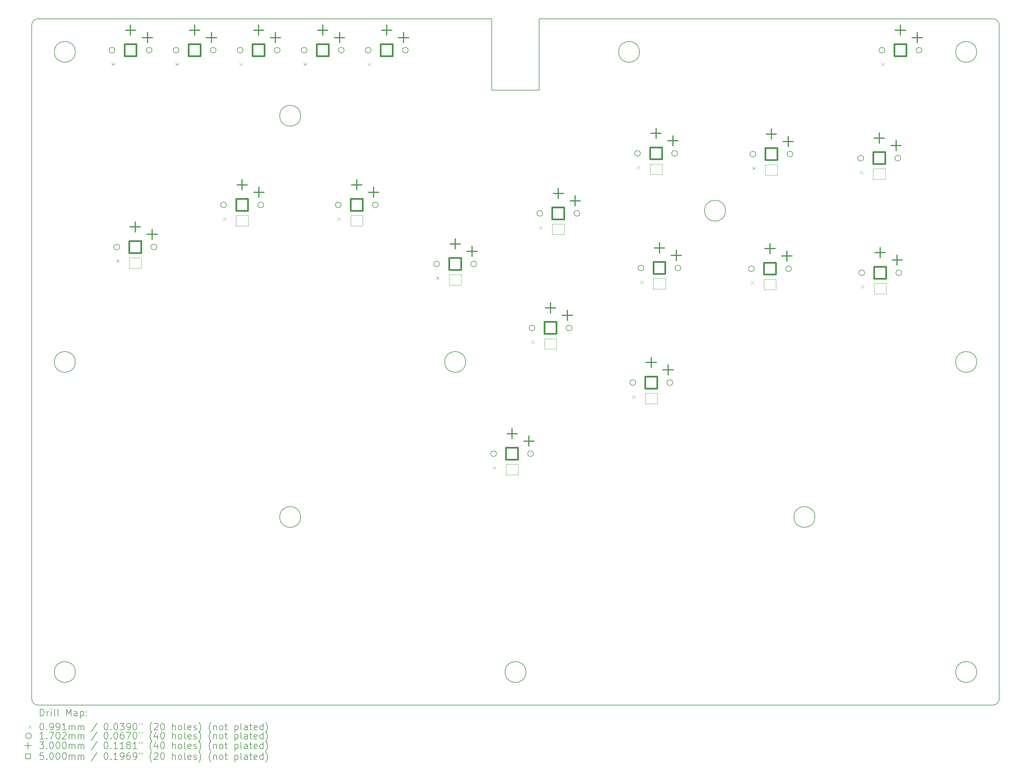
<source format=gbr>
%TF.GenerationSoftware,KiCad,Pcbnew,8.0.4*%
%TF.CreationDate,2024-10-27T13:41:01+07:00*%
%TF.ProjectId,ShinA4,5368696e-4134-42e6-9b69-6361645f7063,rev?*%
%TF.SameCoordinates,Original*%
%TF.FileFunction,Drillmap*%
%TF.FilePolarity,Positive*%
%FSLAX45Y45*%
G04 Gerber Fmt 4.5, Leading zero omitted, Abs format (unit mm)*
G04 Created by KiCad (PCBNEW 8.0.4) date 2024-10-27 13:41:01*
%MOMM*%
%LPD*%
G01*
G04 APERTURE LIST*
%ADD10C,0.200000*%
%ADD11C,0.100000*%
%ADD12C,0.170180*%
%ADD13C,0.300000*%
%ADD14C,0.500000*%
G04 APERTURE END LIST*
D10*
X704000Y8064500D02*
X704000Y10179000D01*
X-14170000Y-10180000D02*
G75*
G02*
X-14350000Y-10000000I0J180000D01*
G01*
X14170000Y10180000D02*
G75*
G02*
X14350000Y10000000I0J-180000D01*
G01*
X8880000Y-4600000D02*
G75*
G02*
X8260000Y-4600000I-310000J0D01*
G01*
X8260000Y-4600000D02*
G75*
G02*
X8880000Y-4600000I310000J0D01*
G01*
X-13060000Y0D02*
G75*
G02*
X-13680000Y0I-310000J0D01*
G01*
X-13680000Y0D02*
G75*
G02*
X-13060000Y0I310000J0D01*
G01*
X14170000Y10180000D02*
X704000Y10179000D01*
X14350000Y-10000000D02*
X14350000Y10000000D01*
X-704000Y8065500D02*
X-704000Y10180000D01*
X-704000Y10180000D02*
X-14170000Y10180000D01*
X3677500Y9200000D02*
G75*
G02*
X3057500Y9200000I-310000J0D01*
G01*
X3057500Y9200000D02*
G75*
G02*
X3677500Y9200000I310000J0D01*
G01*
X-6375000Y-4600000D02*
G75*
G02*
X-6995000Y-4600000I-310000J0D01*
G01*
X-6995000Y-4600000D02*
G75*
G02*
X-6375000Y-4600000I310000J0D01*
G01*
X-13060000Y-9200000D02*
G75*
G02*
X-13680000Y-9200000I-310000J0D01*
G01*
X-13680000Y-9200000D02*
G75*
G02*
X-13060000Y-9200000I310000J0D01*
G01*
X-14350000Y10000000D02*
G75*
G02*
X-14170000Y10180000I180000J0D01*
G01*
X-13060000Y9200000D02*
G75*
G02*
X-13680000Y9200000I-310000J0D01*
G01*
X-13680000Y9200000D02*
G75*
G02*
X-13060000Y9200000I310000J0D01*
G01*
X-1480826Y0D02*
G75*
G02*
X-2100827Y0I-310000J0D01*
G01*
X-2100827Y0D02*
G75*
G02*
X-1480826Y0I310000J0D01*
G01*
X310000Y-9200000D02*
G75*
G02*
X-310000Y-9200000I-310000J0D01*
G01*
X-310000Y-9200000D02*
G75*
G02*
X310000Y-9200000I310000J0D01*
G01*
X13680000Y0D02*
G75*
G02*
X13060000Y0I-310000J0D01*
G01*
X13060000Y0D02*
G75*
G02*
X13680000Y0I310000J0D01*
G01*
X13680000Y9200000D02*
G75*
G02*
X13060000Y9200000I-310000J0D01*
G01*
X13060000Y9200000D02*
G75*
G02*
X13680000Y9200000I310000J0D01*
G01*
X-6375000Y7305000D02*
G75*
G02*
X-6995000Y7305000I-310000J0D01*
G01*
X-6995000Y7305000D02*
G75*
G02*
X-6375000Y7305000I310000J0D01*
G01*
X-704000Y8065500D02*
X704000Y8064500D01*
X13680000Y-9200000D02*
G75*
G02*
X13060000Y-9200000I-310000J0D01*
G01*
X13060000Y-9200000D02*
G75*
G02*
X13680000Y-9200000I310000J0D01*
G01*
X-14350000Y10000000D02*
X-14350000Y-10000000D01*
X-14170000Y-10180000D02*
X14170000Y-10180000D01*
X14350000Y-10000000D02*
G75*
G02*
X14170000Y-10180000I-180000J0D01*
G01*
X6229269Y4487011D02*
G75*
G02*
X5609269Y4487011I-310000J0D01*
G01*
X5609269Y4487011D02*
G75*
G02*
X6229269Y4487011I310000J0D01*
G01*
D11*
X-4890000Y4345000D02*
X-4890000Y4035000D01*
X-4890000Y4035000D02*
X-4530000Y4035000D01*
X-4530000Y4345000D02*
X-4890000Y4345000D01*
X-4530000Y4035000D02*
X-4530000Y4345000D01*
X858900Y693200D02*
X858900Y383200D01*
X858900Y383200D02*
X1218900Y383200D01*
X1218900Y693200D02*
X858900Y693200D01*
X1218900Y383200D02*
X1218900Y693200D01*
X3989600Y5872800D02*
X3989600Y5562800D01*
X3989600Y5562800D02*
X4349600Y5562800D01*
X4349600Y5872800D02*
X3989600Y5872800D01*
X4349600Y5562800D02*
X4349600Y5872800D01*
X-8290000Y4345000D02*
X-8290000Y4035000D01*
X-8290000Y4035000D02*
X-7930000Y4035000D01*
X-7930000Y4345000D02*
X-8290000Y4345000D01*
X-7930000Y4035000D02*
X-7930000Y4345000D01*
X-281600Y-3036600D02*
X-281600Y-3346600D01*
X-281600Y-3346600D02*
X78400Y-3346600D01*
X78400Y-3036600D02*
X-281600Y-3036600D01*
X78400Y-3346600D02*
X78400Y-3036600D01*
X7409600Y5852400D02*
X7409600Y5542400D01*
X7409600Y5542400D02*
X7769600Y5542400D01*
X7769600Y5852400D02*
X7409600Y5852400D01*
X7769600Y5542400D02*
X7769600Y5852400D01*
X-11460000Y3095000D02*
X-11460000Y2785000D01*
X-11460000Y2785000D02*
X-11100000Y2785000D01*
X-11100000Y3095000D02*
X-11460000Y3095000D01*
X-11100000Y2785000D02*
X-11100000Y3095000D01*
X10639600Y2332400D02*
X10639600Y2022400D01*
X10639600Y2022400D02*
X10999600Y2022400D01*
X10999600Y2332400D02*
X10639600Y2332400D01*
X10999600Y2022400D02*
X10999600Y2332400D01*
X7369100Y2452400D02*
X7369100Y2142400D01*
X7369100Y2142400D02*
X7729100Y2142400D01*
X7729100Y2452400D02*
X7369100Y2452400D01*
X7729100Y2142400D02*
X7729100Y2452400D01*
X4089100Y2472800D02*
X4089100Y2162800D01*
X4089100Y2162800D02*
X4449100Y2162800D01*
X4449100Y2472800D02*
X4089100Y2472800D01*
X4449100Y2162800D02*
X4449100Y2472800D01*
X10609600Y5732400D02*
X10609600Y5422400D01*
X10609600Y5422400D02*
X10969600Y5422400D01*
X10969600Y5732400D02*
X10609600Y5732400D01*
X10969600Y5422400D02*
X10969600Y5732400D01*
X-1970800Y2593600D02*
X-1970800Y2283600D01*
X-1970800Y2283600D02*
X-1610800Y2283600D01*
X-1610800Y2593600D02*
X-1970800Y2593600D01*
X-1610800Y2283600D02*
X-1610800Y2593600D01*
X1089400Y4093200D02*
X1089400Y3783200D01*
X1089400Y3783200D02*
X1449400Y3783200D01*
X1449400Y4093200D02*
X1089400Y4093200D01*
X1449400Y3783200D02*
X1449400Y4093200D01*
X3847900Y-927200D02*
X3847900Y-1237200D01*
X3847900Y-1237200D02*
X4207900Y-1237200D01*
X4207900Y-927200D02*
X3847900Y-927200D01*
X4207900Y-1237200D02*
X4207900Y-927200D01*
D10*
D11*
X-11991530Y8879530D02*
X-11892470Y8780470D01*
X-11892470Y8879530D02*
X-11991530Y8780470D01*
X-11851530Y3039530D02*
X-11752470Y2940470D01*
X-11752470Y3039530D02*
X-11851530Y2940470D01*
X-10091530Y8879530D02*
X-9992470Y8780470D01*
X-9992470Y8879530D02*
X-10091530Y8780470D01*
X-8681530Y4289530D02*
X-8582470Y4190470D01*
X-8582470Y4289530D02*
X-8681530Y4190470D01*
X-8191530Y8879530D02*
X-8092470Y8780470D01*
X-8092470Y8879530D02*
X-8191530Y8780470D01*
X-6291530Y8879530D02*
X-6192470Y8780470D01*
X-6192470Y8879530D02*
X-6291530Y8780470D01*
X-5281530Y4289530D02*
X-5182470Y4190470D01*
X-5182470Y4289530D02*
X-5281530Y4190470D01*
X-4391530Y8879530D02*
X-4292470Y8780470D01*
X-4292470Y8879530D02*
X-4391530Y8780470D01*
X-2362330Y2538130D02*
X-2263270Y2439070D01*
X-2263270Y2538130D02*
X-2362330Y2439070D01*
X-673130Y-3092070D02*
X-574070Y-3191130D01*
X-574070Y-3092070D02*
X-673130Y-3191130D01*
X467370Y637730D02*
X566430Y538670D01*
X566430Y637730D02*
X467370Y538670D01*
X697870Y4037730D02*
X796930Y3938670D01*
X796930Y4037730D02*
X697870Y3938670D01*
X3456370Y-982670D02*
X3555430Y-1081730D01*
X3555430Y-982670D02*
X3456370Y-1081730D01*
X3598070Y5817330D02*
X3697130Y5718270D01*
X3697130Y5817330D02*
X3598070Y5718270D01*
X3697570Y2417330D02*
X3796630Y2318270D01*
X3796630Y2417330D02*
X3697570Y2318270D01*
X6977570Y2396930D02*
X7076630Y2297870D01*
X7076630Y2396930D02*
X6977570Y2297870D01*
X7018070Y5796930D02*
X7117130Y5697870D01*
X7117130Y5796930D02*
X7018070Y5697870D01*
X10218070Y5676930D02*
X10317130Y5577870D01*
X10317130Y5676930D02*
X10218070Y5577870D01*
X10248070Y2276930D02*
X10347130Y2177870D01*
X10347130Y2276930D02*
X10248070Y2177870D01*
X10848470Y8879530D02*
X10947530Y8780470D01*
X10947530Y8879530D02*
X10848470Y8780470D01*
D12*
X-11884910Y9250000D02*
G75*
G02*
X-12055090Y9250000I-85090J0D01*
G01*
X-12055090Y9250000D02*
G75*
G02*
X-11884910Y9250000I85090J0D01*
G01*
X-11744910Y3410000D02*
G75*
G02*
X-11915090Y3410000I-85090J0D01*
G01*
X-11915090Y3410000D02*
G75*
G02*
X-11744910Y3410000I85090J0D01*
G01*
X-10784910Y9250000D02*
G75*
G02*
X-10955090Y9250000I-85090J0D01*
G01*
X-10955090Y9250000D02*
G75*
G02*
X-10784910Y9250000I85090J0D01*
G01*
X-10644910Y3410000D02*
G75*
G02*
X-10815090Y3410000I-85090J0D01*
G01*
X-10815090Y3410000D02*
G75*
G02*
X-10644910Y3410000I85090J0D01*
G01*
X-9984910Y9250000D02*
G75*
G02*
X-10155090Y9250000I-85090J0D01*
G01*
X-10155090Y9250000D02*
G75*
G02*
X-9984910Y9250000I85090J0D01*
G01*
X-8884910Y9250000D02*
G75*
G02*
X-9055090Y9250000I-85090J0D01*
G01*
X-9055090Y9250000D02*
G75*
G02*
X-8884910Y9250000I85090J0D01*
G01*
X-8574910Y4660000D02*
G75*
G02*
X-8745090Y4660000I-85090J0D01*
G01*
X-8745090Y4660000D02*
G75*
G02*
X-8574910Y4660000I85090J0D01*
G01*
X-8084910Y9250000D02*
G75*
G02*
X-8255090Y9250000I-85090J0D01*
G01*
X-8255090Y9250000D02*
G75*
G02*
X-8084910Y9250000I85090J0D01*
G01*
X-7474910Y4660000D02*
G75*
G02*
X-7645090Y4660000I-85090J0D01*
G01*
X-7645090Y4660000D02*
G75*
G02*
X-7474910Y4660000I85090J0D01*
G01*
X-6984910Y9250000D02*
G75*
G02*
X-7155090Y9250000I-85090J0D01*
G01*
X-7155090Y9250000D02*
G75*
G02*
X-6984910Y9250000I85090J0D01*
G01*
X-6184910Y9250000D02*
G75*
G02*
X-6355090Y9250000I-85090J0D01*
G01*
X-6355090Y9250000D02*
G75*
G02*
X-6184910Y9250000I85090J0D01*
G01*
X-5174910Y4660000D02*
G75*
G02*
X-5345090Y4660000I-85090J0D01*
G01*
X-5345090Y4660000D02*
G75*
G02*
X-5174910Y4660000I85090J0D01*
G01*
X-5084910Y9250000D02*
G75*
G02*
X-5255090Y9250000I-85090J0D01*
G01*
X-5255090Y9250000D02*
G75*
G02*
X-5084910Y9250000I85090J0D01*
G01*
X-4284910Y9250000D02*
G75*
G02*
X-4455090Y9250000I-85090J0D01*
G01*
X-4455090Y9250000D02*
G75*
G02*
X-4284910Y9250000I85090J0D01*
G01*
X-4074910Y4660000D02*
G75*
G02*
X-4245090Y4660000I-85090J0D01*
G01*
X-4245090Y4660000D02*
G75*
G02*
X-4074910Y4660000I85090J0D01*
G01*
X-3184910Y9250000D02*
G75*
G02*
X-3355090Y9250000I-85090J0D01*
G01*
X-3355090Y9250000D02*
G75*
G02*
X-3184910Y9250000I85090J0D01*
G01*
X-2255710Y2908600D02*
G75*
G02*
X-2425890Y2908600I-85090J0D01*
G01*
X-2425890Y2908600D02*
G75*
G02*
X-2255710Y2908600I85090J0D01*
G01*
X-1155710Y2908600D02*
G75*
G02*
X-1325890Y2908600I-85090J0D01*
G01*
X-1325890Y2908600D02*
G75*
G02*
X-1155710Y2908600I85090J0D01*
G01*
X-566510Y-2721600D02*
G75*
G02*
X-736690Y-2721600I-85090J0D01*
G01*
X-736690Y-2721600D02*
G75*
G02*
X-566510Y-2721600I85090J0D01*
G01*
X533490Y-2721600D02*
G75*
G02*
X363310Y-2721600I-85090J0D01*
G01*
X363310Y-2721600D02*
G75*
G02*
X533490Y-2721600I85090J0D01*
G01*
X573990Y1008200D02*
G75*
G02*
X403810Y1008200I-85090J0D01*
G01*
X403810Y1008200D02*
G75*
G02*
X573990Y1008200I85090J0D01*
G01*
X804490Y4408200D02*
G75*
G02*
X634310Y4408200I-85090J0D01*
G01*
X634310Y4408200D02*
G75*
G02*
X804490Y4408200I85090J0D01*
G01*
X1673990Y1008200D02*
G75*
G02*
X1503810Y1008200I-85090J0D01*
G01*
X1503810Y1008200D02*
G75*
G02*
X1673990Y1008200I85090J0D01*
G01*
X1904490Y4408200D02*
G75*
G02*
X1734310Y4408200I-85090J0D01*
G01*
X1734310Y4408200D02*
G75*
G02*
X1904490Y4408200I85090J0D01*
G01*
X3562990Y-612200D02*
G75*
G02*
X3392810Y-612200I-85090J0D01*
G01*
X3392810Y-612200D02*
G75*
G02*
X3562990Y-612200I85090J0D01*
G01*
X3704690Y6187800D02*
G75*
G02*
X3534510Y6187800I-85090J0D01*
G01*
X3534510Y6187800D02*
G75*
G02*
X3704690Y6187800I85090J0D01*
G01*
X3804190Y2787800D02*
G75*
G02*
X3634010Y2787800I-85090J0D01*
G01*
X3634010Y2787800D02*
G75*
G02*
X3804190Y2787800I85090J0D01*
G01*
X4662990Y-612200D02*
G75*
G02*
X4492810Y-612200I-85090J0D01*
G01*
X4492810Y-612200D02*
G75*
G02*
X4662990Y-612200I85090J0D01*
G01*
X4804690Y6187800D02*
G75*
G02*
X4634510Y6187800I-85090J0D01*
G01*
X4634510Y6187800D02*
G75*
G02*
X4804690Y6187800I85090J0D01*
G01*
X4904190Y2787800D02*
G75*
G02*
X4734010Y2787800I-85090J0D01*
G01*
X4734010Y2787800D02*
G75*
G02*
X4904190Y2787800I85090J0D01*
G01*
X7084190Y2767400D02*
G75*
G02*
X6914010Y2767400I-85090J0D01*
G01*
X6914010Y2767400D02*
G75*
G02*
X7084190Y2767400I85090J0D01*
G01*
X7124690Y6167400D02*
G75*
G02*
X6954510Y6167400I-85090J0D01*
G01*
X6954510Y6167400D02*
G75*
G02*
X7124690Y6167400I85090J0D01*
G01*
X8184190Y2767400D02*
G75*
G02*
X8014010Y2767400I-85090J0D01*
G01*
X8014010Y2767400D02*
G75*
G02*
X8184190Y2767400I85090J0D01*
G01*
X8224690Y6167400D02*
G75*
G02*
X8054510Y6167400I-85090J0D01*
G01*
X8054510Y6167400D02*
G75*
G02*
X8224690Y6167400I85090J0D01*
G01*
X10324690Y6047400D02*
G75*
G02*
X10154510Y6047400I-85090J0D01*
G01*
X10154510Y6047400D02*
G75*
G02*
X10324690Y6047400I85090J0D01*
G01*
X10354690Y2647400D02*
G75*
G02*
X10184510Y2647400I-85090J0D01*
G01*
X10184510Y2647400D02*
G75*
G02*
X10354690Y2647400I85090J0D01*
G01*
X10955090Y9250000D02*
G75*
G02*
X10784910Y9250000I-85090J0D01*
G01*
X10784910Y9250000D02*
G75*
G02*
X10955090Y9250000I85090J0D01*
G01*
X11424690Y6047400D02*
G75*
G02*
X11254510Y6047400I-85090J0D01*
G01*
X11254510Y6047400D02*
G75*
G02*
X11424690Y6047400I85090J0D01*
G01*
X11454690Y2647400D02*
G75*
G02*
X11284510Y2647400I-85090J0D01*
G01*
X11284510Y2647400D02*
G75*
G02*
X11454690Y2647400I85090J0D01*
G01*
X12055090Y9250000D02*
G75*
G02*
X11884910Y9250000I-85090J0D01*
G01*
X11884910Y9250000D02*
G75*
G02*
X12055090Y9250000I85090J0D01*
G01*
D13*
X-11420000Y9995000D02*
X-11420000Y9695000D01*
X-11570000Y9845000D02*
X-11270000Y9845000D01*
X-11280000Y4155000D02*
X-11280000Y3855000D01*
X-11430000Y4005000D02*
X-11130000Y4005000D01*
X-10920000Y9775000D02*
X-10920000Y9475000D01*
X-11070000Y9625000D02*
X-10770000Y9625000D01*
X-10780000Y3935000D02*
X-10780000Y3635000D01*
X-10930000Y3785000D02*
X-10630000Y3785000D01*
X-9520000Y9995000D02*
X-9520000Y9695000D01*
X-9670000Y9845000D02*
X-9370000Y9845000D01*
X-9020000Y9775000D02*
X-9020000Y9475000D01*
X-9170000Y9625000D02*
X-8870000Y9625000D01*
X-8110000Y5405000D02*
X-8110000Y5105000D01*
X-8260000Y5255000D02*
X-7960000Y5255000D01*
X-7620000Y9995000D02*
X-7620000Y9695000D01*
X-7770000Y9845000D02*
X-7470000Y9845000D01*
X-7610000Y5185000D02*
X-7610000Y4885000D01*
X-7760000Y5035000D02*
X-7460000Y5035000D01*
X-7120000Y9775000D02*
X-7120000Y9475000D01*
X-7270000Y9625000D02*
X-6970000Y9625000D01*
X-5720000Y9995000D02*
X-5720000Y9695000D01*
X-5870000Y9845000D02*
X-5570000Y9845000D01*
X-5220000Y9775000D02*
X-5220000Y9475000D01*
X-5370000Y9625000D02*
X-5070000Y9625000D01*
X-4710000Y5405000D02*
X-4710000Y5105000D01*
X-4860000Y5255000D02*
X-4560000Y5255000D01*
X-4210000Y5185000D02*
X-4210000Y4885000D01*
X-4360000Y5035000D02*
X-4060000Y5035000D01*
X-3820000Y9995000D02*
X-3820000Y9695000D01*
X-3970000Y9845000D02*
X-3670000Y9845000D01*
X-3320000Y9775000D02*
X-3320000Y9475000D01*
X-3470000Y9625000D02*
X-3170000Y9625000D01*
X-1790800Y3653600D02*
X-1790800Y3353600D01*
X-1940800Y3503600D02*
X-1640800Y3503600D01*
X-1290800Y3433600D02*
X-1290800Y3133600D01*
X-1440800Y3283600D02*
X-1140800Y3283600D01*
X-101600Y-1976600D02*
X-101600Y-2276600D01*
X-251600Y-2126600D02*
X48400Y-2126600D01*
X398400Y-2196600D02*
X398400Y-2496600D01*
X248400Y-2346600D02*
X548400Y-2346600D01*
X1038900Y1753200D02*
X1038900Y1453200D01*
X888900Y1603200D02*
X1188900Y1603200D01*
X1269400Y5153200D02*
X1269400Y4853200D01*
X1119400Y5003200D02*
X1419400Y5003200D01*
X1538900Y1533200D02*
X1538900Y1233200D01*
X1388900Y1383200D02*
X1688900Y1383200D01*
X1769400Y4933200D02*
X1769400Y4633200D01*
X1619400Y4783200D02*
X1919400Y4783200D01*
X4027900Y132800D02*
X4027900Y-167200D01*
X3877900Y-17200D02*
X4177900Y-17200D01*
X4169600Y6932800D02*
X4169600Y6632800D01*
X4019600Y6782800D02*
X4319600Y6782800D01*
X4269100Y3532800D02*
X4269100Y3232800D01*
X4119100Y3382800D02*
X4419100Y3382800D01*
X4527900Y-87200D02*
X4527900Y-387200D01*
X4377900Y-237200D02*
X4677900Y-237200D01*
X4669600Y6712800D02*
X4669600Y6412800D01*
X4519600Y6562800D02*
X4819600Y6562800D01*
X4769100Y3312800D02*
X4769100Y3012800D01*
X4619100Y3162800D02*
X4919100Y3162800D01*
X7549100Y3512400D02*
X7549100Y3212400D01*
X7399100Y3362400D02*
X7699100Y3362400D01*
X7589600Y6912400D02*
X7589600Y6612400D01*
X7439600Y6762400D02*
X7739600Y6762400D01*
X8049100Y3292400D02*
X8049100Y2992400D01*
X7899100Y3142400D02*
X8199100Y3142400D01*
X8089600Y6692400D02*
X8089600Y6392400D01*
X7939600Y6542400D02*
X8239600Y6542400D01*
X10789600Y6792400D02*
X10789600Y6492400D01*
X10639600Y6642400D02*
X10939600Y6642400D01*
X10819600Y3392400D02*
X10819600Y3092400D01*
X10669600Y3242400D02*
X10969600Y3242400D01*
X11289600Y6572400D02*
X11289600Y6272400D01*
X11139600Y6422400D02*
X11439600Y6422400D01*
X11319600Y3172400D02*
X11319600Y2872400D01*
X11169600Y3022400D02*
X11469600Y3022400D01*
X11420000Y9995000D02*
X11420000Y9695000D01*
X11270000Y9845000D02*
X11570000Y9845000D01*
X11920000Y9775000D02*
X11920000Y9475000D01*
X11770000Y9625000D02*
X12070000Y9625000D01*
D14*
X-11243222Y9073222D02*
X-11243222Y9426778D01*
X-11596778Y9426778D01*
X-11596778Y9073222D01*
X-11243222Y9073222D01*
X-11103222Y3233222D02*
X-11103222Y3586778D01*
X-11456778Y3586778D01*
X-11456778Y3233222D01*
X-11103222Y3233222D01*
X-9343222Y9073222D02*
X-9343222Y9426778D01*
X-9696778Y9426778D01*
X-9696778Y9073222D01*
X-9343222Y9073222D01*
X-7933222Y4483222D02*
X-7933222Y4836778D01*
X-8286778Y4836778D01*
X-8286778Y4483222D01*
X-7933222Y4483222D01*
X-7443222Y9073222D02*
X-7443222Y9426778D01*
X-7796778Y9426778D01*
X-7796778Y9073222D01*
X-7443222Y9073222D01*
X-5543222Y9073222D02*
X-5543222Y9426778D01*
X-5896778Y9426778D01*
X-5896778Y9073222D01*
X-5543222Y9073222D01*
X-4533222Y4483222D02*
X-4533222Y4836778D01*
X-4886778Y4836778D01*
X-4886778Y4483222D01*
X-4533222Y4483222D01*
X-3643222Y9073222D02*
X-3643222Y9426778D01*
X-3996778Y9426778D01*
X-3996778Y9073222D01*
X-3643222Y9073222D01*
X-1614022Y2731822D02*
X-1614022Y3085378D01*
X-1967578Y3085378D01*
X-1967578Y2731822D01*
X-1614022Y2731822D01*
X75178Y-2898378D02*
X75178Y-2544822D01*
X-278378Y-2544822D01*
X-278378Y-2898378D01*
X75178Y-2898378D01*
X1215678Y831422D02*
X1215678Y1184978D01*
X862122Y1184978D01*
X862122Y831422D01*
X1215678Y831422D01*
X1446178Y4231422D02*
X1446178Y4584978D01*
X1092622Y4584978D01*
X1092622Y4231422D01*
X1446178Y4231422D01*
X4204678Y-788978D02*
X4204678Y-435422D01*
X3851122Y-435422D01*
X3851122Y-788978D01*
X4204678Y-788978D01*
X4346378Y6011022D02*
X4346378Y6364578D01*
X3992822Y6364578D01*
X3992822Y6011022D01*
X4346378Y6011022D01*
X4445878Y2611022D02*
X4445878Y2964578D01*
X4092322Y2964578D01*
X4092322Y2611022D01*
X4445878Y2611022D01*
X7725878Y2590622D02*
X7725878Y2944178D01*
X7372322Y2944178D01*
X7372322Y2590622D01*
X7725878Y2590622D01*
X7766378Y5990622D02*
X7766378Y6344178D01*
X7412822Y6344178D01*
X7412822Y5990622D01*
X7766378Y5990622D01*
X10966378Y5870622D02*
X10966378Y6224178D01*
X10612822Y6224178D01*
X10612822Y5870622D01*
X10966378Y5870622D01*
X10996378Y2470622D02*
X10996378Y2824178D01*
X10642822Y2824178D01*
X10642822Y2470622D01*
X10996378Y2470622D01*
X11596778Y9073222D02*
X11596778Y9426778D01*
X11243222Y9426778D01*
X11243222Y9073222D01*
X11596778Y9073222D01*
D10*
X-14099223Y-10501484D02*
X-14099223Y-10301484D01*
X-14099223Y-10301484D02*
X-14051604Y-10301484D01*
X-14051604Y-10301484D02*
X-14023033Y-10311008D01*
X-14023033Y-10311008D02*
X-14003985Y-10330055D01*
X-14003985Y-10330055D02*
X-13994461Y-10349103D01*
X-13994461Y-10349103D02*
X-13984937Y-10387198D01*
X-13984937Y-10387198D02*
X-13984937Y-10415770D01*
X-13984937Y-10415770D02*
X-13994461Y-10453865D01*
X-13994461Y-10453865D02*
X-14003985Y-10472912D01*
X-14003985Y-10472912D02*
X-14023033Y-10491960D01*
X-14023033Y-10491960D02*
X-14051604Y-10501484D01*
X-14051604Y-10501484D02*
X-14099223Y-10501484D01*
X-13899223Y-10501484D02*
X-13899223Y-10368150D01*
X-13899223Y-10406246D02*
X-13889699Y-10387198D01*
X-13889699Y-10387198D02*
X-13880175Y-10377674D01*
X-13880175Y-10377674D02*
X-13861128Y-10368150D01*
X-13861128Y-10368150D02*
X-13842080Y-10368150D01*
X-13775414Y-10501484D02*
X-13775414Y-10368150D01*
X-13775414Y-10301484D02*
X-13784937Y-10311008D01*
X-13784937Y-10311008D02*
X-13775414Y-10320531D01*
X-13775414Y-10320531D02*
X-13765890Y-10311008D01*
X-13765890Y-10311008D02*
X-13775414Y-10301484D01*
X-13775414Y-10301484D02*
X-13775414Y-10320531D01*
X-13651604Y-10501484D02*
X-13670652Y-10491960D01*
X-13670652Y-10491960D02*
X-13680175Y-10472912D01*
X-13680175Y-10472912D02*
X-13680175Y-10301484D01*
X-13546842Y-10501484D02*
X-13565890Y-10491960D01*
X-13565890Y-10491960D02*
X-13575414Y-10472912D01*
X-13575414Y-10472912D02*
X-13575414Y-10301484D01*
X-13318271Y-10501484D02*
X-13318271Y-10301484D01*
X-13318271Y-10301484D02*
X-13251604Y-10444341D01*
X-13251604Y-10444341D02*
X-13184937Y-10301484D01*
X-13184937Y-10301484D02*
X-13184937Y-10501484D01*
X-13003985Y-10501484D02*
X-13003985Y-10396722D01*
X-13003985Y-10396722D02*
X-13013509Y-10377674D01*
X-13013509Y-10377674D02*
X-13032556Y-10368150D01*
X-13032556Y-10368150D02*
X-13070652Y-10368150D01*
X-13070652Y-10368150D02*
X-13089699Y-10377674D01*
X-13003985Y-10491960D02*
X-13023033Y-10501484D01*
X-13023033Y-10501484D02*
X-13070652Y-10501484D01*
X-13070652Y-10501484D02*
X-13089699Y-10491960D01*
X-13089699Y-10491960D02*
X-13099223Y-10472912D01*
X-13099223Y-10472912D02*
X-13099223Y-10453865D01*
X-13099223Y-10453865D02*
X-13089699Y-10434817D01*
X-13089699Y-10434817D02*
X-13070652Y-10425293D01*
X-13070652Y-10425293D02*
X-13023033Y-10425293D01*
X-13023033Y-10425293D02*
X-13003985Y-10415770D01*
X-12908747Y-10368150D02*
X-12908747Y-10568150D01*
X-12908747Y-10377674D02*
X-12889699Y-10368150D01*
X-12889699Y-10368150D02*
X-12851604Y-10368150D01*
X-12851604Y-10368150D02*
X-12832556Y-10377674D01*
X-12832556Y-10377674D02*
X-12823033Y-10387198D01*
X-12823033Y-10387198D02*
X-12813509Y-10406246D01*
X-12813509Y-10406246D02*
X-12813509Y-10463389D01*
X-12813509Y-10463389D02*
X-12823033Y-10482436D01*
X-12823033Y-10482436D02*
X-12832556Y-10491960D01*
X-12832556Y-10491960D02*
X-12851604Y-10501484D01*
X-12851604Y-10501484D02*
X-12889699Y-10501484D01*
X-12889699Y-10501484D02*
X-12908747Y-10491960D01*
X-12727794Y-10482436D02*
X-12718271Y-10491960D01*
X-12718271Y-10491960D02*
X-12727794Y-10501484D01*
X-12727794Y-10501484D02*
X-12737318Y-10491960D01*
X-12737318Y-10491960D02*
X-12727794Y-10482436D01*
X-12727794Y-10482436D02*
X-12727794Y-10501484D01*
X-12727794Y-10377674D02*
X-12718271Y-10387198D01*
X-12718271Y-10387198D02*
X-12727794Y-10396722D01*
X-12727794Y-10396722D02*
X-12737318Y-10387198D01*
X-12737318Y-10387198D02*
X-12727794Y-10377674D01*
X-12727794Y-10377674D02*
X-12727794Y-10396722D01*
D11*
X-14459060Y-10780470D02*
X-14360000Y-10879530D01*
X-14360000Y-10780470D02*
X-14459060Y-10879530D01*
D10*
X-14061128Y-10721484D02*
X-14042080Y-10721484D01*
X-14042080Y-10721484D02*
X-14023033Y-10731008D01*
X-14023033Y-10731008D02*
X-14013509Y-10740531D01*
X-14013509Y-10740531D02*
X-14003985Y-10759579D01*
X-14003985Y-10759579D02*
X-13994461Y-10797674D01*
X-13994461Y-10797674D02*
X-13994461Y-10845293D01*
X-13994461Y-10845293D02*
X-14003985Y-10883389D01*
X-14003985Y-10883389D02*
X-14013509Y-10902436D01*
X-14013509Y-10902436D02*
X-14023033Y-10911960D01*
X-14023033Y-10911960D02*
X-14042080Y-10921484D01*
X-14042080Y-10921484D02*
X-14061128Y-10921484D01*
X-14061128Y-10921484D02*
X-14080175Y-10911960D01*
X-14080175Y-10911960D02*
X-14089699Y-10902436D01*
X-14089699Y-10902436D02*
X-14099223Y-10883389D01*
X-14099223Y-10883389D02*
X-14108747Y-10845293D01*
X-14108747Y-10845293D02*
X-14108747Y-10797674D01*
X-14108747Y-10797674D02*
X-14099223Y-10759579D01*
X-14099223Y-10759579D02*
X-14089699Y-10740531D01*
X-14089699Y-10740531D02*
X-14080175Y-10731008D01*
X-14080175Y-10731008D02*
X-14061128Y-10721484D01*
X-13908747Y-10902436D02*
X-13899223Y-10911960D01*
X-13899223Y-10911960D02*
X-13908747Y-10921484D01*
X-13908747Y-10921484D02*
X-13918271Y-10911960D01*
X-13918271Y-10911960D02*
X-13908747Y-10902436D01*
X-13908747Y-10902436D02*
X-13908747Y-10921484D01*
X-13803985Y-10921484D02*
X-13765890Y-10921484D01*
X-13765890Y-10921484D02*
X-13746842Y-10911960D01*
X-13746842Y-10911960D02*
X-13737318Y-10902436D01*
X-13737318Y-10902436D02*
X-13718271Y-10873865D01*
X-13718271Y-10873865D02*
X-13708747Y-10835770D01*
X-13708747Y-10835770D02*
X-13708747Y-10759579D01*
X-13708747Y-10759579D02*
X-13718271Y-10740531D01*
X-13718271Y-10740531D02*
X-13727794Y-10731008D01*
X-13727794Y-10731008D02*
X-13746842Y-10721484D01*
X-13746842Y-10721484D02*
X-13784937Y-10721484D01*
X-13784937Y-10721484D02*
X-13803985Y-10731008D01*
X-13803985Y-10731008D02*
X-13813509Y-10740531D01*
X-13813509Y-10740531D02*
X-13823033Y-10759579D01*
X-13823033Y-10759579D02*
X-13823033Y-10807198D01*
X-13823033Y-10807198D02*
X-13813509Y-10826246D01*
X-13813509Y-10826246D02*
X-13803985Y-10835770D01*
X-13803985Y-10835770D02*
X-13784937Y-10845293D01*
X-13784937Y-10845293D02*
X-13746842Y-10845293D01*
X-13746842Y-10845293D02*
X-13727794Y-10835770D01*
X-13727794Y-10835770D02*
X-13718271Y-10826246D01*
X-13718271Y-10826246D02*
X-13708747Y-10807198D01*
X-13613509Y-10921484D02*
X-13575414Y-10921484D01*
X-13575414Y-10921484D02*
X-13556366Y-10911960D01*
X-13556366Y-10911960D02*
X-13546842Y-10902436D01*
X-13546842Y-10902436D02*
X-13527794Y-10873865D01*
X-13527794Y-10873865D02*
X-13518271Y-10835770D01*
X-13518271Y-10835770D02*
X-13518271Y-10759579D01*
X-13518271Y-10759579D02*
X-13527794Y-10740531D01*
X-13527794Y-10740531D02*
X-13537318Y-10731008D01*
X-13537318Y-10731008D02*
X-13556366Y-10721484D01*
X-13556366Y-10721484D02*
X-13594461Y-10721484D01*
X-13594461Y-10721484D02*
X-13613509Y-10731008D01*
X-13613509Y-10731008D02*
X-13623033Y-10740531D01*
X-13623033Y-10740531D02*
X-13632556Y-10759579D01*
X-13632556Y-10759579D02*
X-13632556Y-10807198D01*
X-13632556Y-10807198D02*
X-13623033Y-10826246D01*
X-13623033Y-10826246D02*
X-13613509Y-10835770D01*
X-13613509Y-10835770D02*
X-13594461Y-10845293D01*
X-13594461Y-10845293D02*
X-13556366Y-10845293D01*
X-13556366Y-10845293D02*
X-13537318Y-10835770D01*
X-13537318Y-10835770D02*
X-13527794Y-10826246D01*
X-13527794Y-10826246D02*
X-13518271Y-10807198D01*
X-13327794Y-10921484D02*
X-13442080Y-10921484D01*
X-13384937Y-10921484D02*
X-13384937Y-10721484D01*
X-13384937Y-10721484D02*
X-13403985Y-10750055D01*
X-13403985Y-10750055D02*
X-13423033Y-10769103D01*
X-13423033Y-10769103D02*
X-13442080Y-10778627D01*
X-13242080Y-10921484D02*
X-13242080Y-10788150D01*
X-13242080Y-10807198D02*
X-13232556Y-10797674D01*
X-13232556Y-10797674D02*
X-13213509Y-10788150D01*
X-13213509Y-10788150D02*
X-13184937Y-10788150D01*
X-13184937Y-10788150D02*
X-13165890Y-10797674D01*
X-13165890Y-10797674D02*
X-13156366Y-10816722D01*
X-13156366Y-10816722D02*
X-13156366Y-10921484D01*
X-13156366Y-10816722D02*
X-13146842Y-10797674D01*
X-13146842Y-10797674D02*
X-13127794Y-10788150D01*
X-13127794Y-10788150D02*
X-13099223Y-10788150D01*
X-13099223Y-10788150D02*
X-13080175Y-10797674D01*
X-13080175Y-10797674D02*
X-13070652Y-10816722D01*
X-13070652Y-10816722D02*
X-13070652Y-10921484D01*
X-12975413Y-10921484D02*
X-12975413Y-10788150D01*
X-12975413Y-10807198D02*
X-12965890Y-10797674D01*
X-12965890Y-10797674D02*
X-12946842Y-10788150D01*
X-12946842Y-10788150D02*
X-12918271Y-10788150D01*
X-12918271Y-10788150D02*
X-12899223Y-10797674D01*
X-12899223Y-10797674D02*
X-12889699Y-10816722D01*
X-12889699Y-10816722D02*
X-12889699Y-10921484D01*
X-12889699Y-10816722D02*
X-12880175Y-10797674D01*
X-12880175Y-10797674D02*
X-12861128Y-10788150D01*
X-12861128Y-10788150D02*
X-12832556Y-10788150D01*
X-12832556Y-10788150D02*
X-12813509Y-10797674D01*
X-12813509Y-10797674D02*
X-12803985Y-10816722D01*
X-12803985Y-10816722D02*
X-12803985Y-10921484D01*
X-12413509Y-10711960D02*
X-12584937Y-10969103D01*
X-12156366Y-10721484D02*
X-12137318Y-10721484D01*
X-12137318Y-10721484D02*
X-12118270Y-10731008D01*
X-12118270Y-10731008D02*
X-12108747Y-10740531D01*
X-12108747Y-10740531D02*
X-12099223Y-10759579D01*
X-12099223Y-10759579D02*
X-12089699Y-10797674D01*
X-12089699Y-10797674D02*
X-12089699Y-10845293D01*
X-12089699Y-10845293D02*
X-12099223Y-10883389D01*
X-12099223Y-10883389D02*
X-12108747Y-10902436D01*
X-12108747Y-10902436D02*
X-12118270Y-10911960D01*
X-12118270Y-10911960D02*
X-12137318Y-10921484D01*
X-12137318Y-10921484D02*
X-12156366Y-10921484D01*
X-12156366Y-10921484D02*
X-12175413Y-10911960D01*
X-12175413Y-10911960D02*
X-12184937Y-10902436D01*
X-12184937Y-10902436D02*
X-12194461Y-10883389D01*
X-12194461Y-10883389D02*
X-12203985Y-10845293D01*
X-12203985Y-10845293D02*
X-12203985Y-10797674D01*
X-12203985Y-10797674D02*
X-12194461Y-10759579D01*
X-12194461Y-10759579D02*
X-12184937Y-10740531D01*
X-12184937Y-10740531D02*
X-12175413Y-10731008D01*
X-12175413Y-10731008D02*
X-12156366Y-10721484D01*
X-12003985Y-10902436D02*
X-11994461Y-10911960D01*
X-11994461Y-10911960D02*
X-12003985Y-10921484D01*
X-12003985Y-10921484D02*
X-12013509Y-10911960D01*
X-12013509Y-10911960D02*
X-12003985Y-10902436D01*
X-12003985Y-10902436D02*
X-12003985Y-10921484D01*
X-11870651Y-10721484D02*
X-11851604Y-10721484D01*
X-11851604Y-10721484D02*
X-11832556Y-10731008D01*
X-11832556Y-10731008D02*
X-11823032Y-10740531D01*
X-11823032Y-10740531D02*
X-11813509Y-10759579D01*
X-11813509Y-10759579D02*
X-11803985Y-10797674D01*
X-11803985Y-10797674D02*
X-11803985Y-10845293D01*
X-11803985Y-10845293D02*
X-11813509Y-10883389D01*
X-11813509Y-10883389D02*
X-11823032Y-10902436D01*
X-11823032Y-10902436D02*
X-11832556Y-10911960D01*
X-11832556Y-10911960D02*
X-11851604Y-10921484D01*
X-11851604Y-10921484D02*
X-11870651Y-10921484D01*
X-11870651Y-10921484D02*
X-11889699Y-10911960D01*
X-11889699Y-10911960D02*
X-11899223Y-10902436D01*
X-11899223Y-10902436D02*
X-11908747Y-10883389D01*
X-11908747Y-10883389D02*
X-11918270Y-10845293D01*
X-11918270Y-10845293D02*
X-11918270Y-10797674D01*
X-11918270Y-10797674D02*
X-11908747Y-10759579D01*
X-11908747Y-10759579D02*
X-11899223Y-10740531D01*
X-11899223Y-10740531D02*
X-11889699Y-10731008D01*
X-11889699Y-10731008D02*
X-11870651Y-10721484D01*
X-11737318Y-10721484D02*
X-11613509Y-10721484D01*
X-11613509Y-10721484D02*
X-11680175Y-10797674D01*
X-11680175Y-10797674D02*
X-11651604Y-10797674D01*
X-11651604Y-10797674D02*
X-11632556Y-10807198D01*
X-11632556Y-10807198D02*
X-11623032Y-10816722D01*
X-11623032Y-10816722D02*
X-11613509Y-10835770D01*
X-11613509Y-10835770D02*
X-11613509Y-10883389D01*
X-11613509Y-10883389D02*
X-11623032Y-10902436D01*
X-11623032Y-10902436D02*
X-11632556Y-10911960D01*
X-11632556Y-10911960D02*
X-11651604Y-10921484D01*
X-11651604Y-10921484D02*
X-11708747Y-10921484D01*
X-11708747Y-10921484D02*
X-11727794Y-10911960D01*
X-11727794Y-10911960D02*
X-11737318Y-10902436D01*
X-11518270Y-10921484D02*
X-11480175Y-10921484D01*
X-11480175Y-10921484D02*
X-11461128Y-10911960D01*
X-11461128Y-10911960D02*
X-11451604Y-10902436D01*
X-11451604Y-10902436D02*
X-11432556Y-10873865D01*
X-11432556Y-10873865D02*
X-11423032Y-10835770D01*
X-11423032Y-10835770D02*
X-11423032Y-10759579D01*
X-11423032Y-10759579D02*
X-11432556Y-10740531D01*
X-11432556Y-10740531D02*
X-11442080Y-10731008D01*
X-11442080Y-10731008D02*
X-11461128Y-10721484D01*
X-11461128Y-10721484D02*
X-11499223Y-10721484D01*
X-11499223Y-10721484D02*
X-11518270Y-10731008D01*
X-11518270Y-10731008D02*
X-11527794Y-10740531D01*
X-11527794Y-10740531D02*
X-11537318Y-10759579D01*
X-11537318Y-10759579D02*
X-11537318Y-10807198D01*
X-11537318Y-10807198D02*
X-11527794Y-10826246D01*
X-11527794Y-10826246D02*
X-11518270Y-10835770D01*
X-11518270Y-10835770D02*
X-11499223Y-10845293D01*
X-11499223Y-10845293D02*
X-11461128Y-10845293D01*
X-11461128Y-10845293D02*
X-11442080Y-10835770D01*
X-11442080Y-10835770D02*
X-11432556Y-10826246D01*
X-11432556Y-10826246D02*
X-11423032Y-10807198D01*
X-11299223Y-10721484D02*
X-11280175Y-10721484D01*
X-11280175Y-10721484D02*
X-11261128Y-10731008D01*
X-11261128Y-10731008D02*
X-11251604Y-10740531D01*
X-11251604Y-10740531D02*
X-11242080Y-10759579D01*
X-11242080Y-10759579D02*
X-11232556Y-10797674D01*
X-11232556Y-10797674D02*
X-11232556Y-10845293D01*
X-11232556Y-10845293D02*
X-11242080Y-10883389D01*
X-11242080Y-10883389D02*
X-11251604Y-10902436D01*
X-11251604Y-10902436D02*
X-11261128Y-10911960D01*
X-11261128Y-10911960D02*
X-11280175Y-10921484D01*
X-11280175Y-10921484D02*
X-11299223Y-10921484D01*
X-11299223Y-10921484D02*
X-11318270Y-10911960D01*
X-11318270Y-10911960D02*
X-11327794Y-10902436D01*
X-11327794Y-10902436D02*
X-11337318Y-10883389D01*
X-11337318Y-10883389D02*
X-11346842Y-10845293D01*
X-11346842Y-10845293D02*
X-11346842Y-10797674D01*
X-11346842Y-10797674D02*
X-11337318Y-10759579D01*
X-11337318Y-10759579D02*
X-11327794Y-10740531D01*
X-11327794Y-10740531D02*
X-11318270Y-10731008D01*
X-11318270Y-10731008D02*
X-11299223Y-10721484D01*
X-11156366Y-10721484D02*
X-11156366Y-10759579D01*
X-11080175Y-10721484D02*
X-11080175Y-10759579D01*
X-10784937Y-10997674D02*
X-10794461Y-10988150D01*
X-10794461Y-10988150D02*
X-10813509Y-10959579D01*
X-10813509Y-10959579D02*
X-10823032Y-10940531D01*
X-10823032Y-10940531D02*
X-10832556Y-10911960D01*
X-10832556Y-10911960D02*
X-10842080Y-10864341D01*
X-10842080Y-10864341D02*
X-10842080Y-10826246D01*
X-10842080Y-10826246D02*
X-10832556Y-10778627D01*
X-10832556Y-10778627D02*
X-10823032Y-10750055D01*
X-10823032Y-10750055D02*
X-10813509Y-10731008D01*
X-10813509Y-10731008D02*
X-10794461Y-10702436D01*
X-10794461Y-10702436D02*
X-10784937Y-10692912D01*
X-10718270Y-10740531D02*
X-10708747Y-10731008D01*
X-10708747Y-10731008D02*
X-10689699Y-10721484D01*
X-10689699Y-10721484D02*
X-10642080Y-10721484D01*
X-10642080Y-10721484D02*
X-10623032Y-10731008D01*
X-10623032Y-10731008D02*
X-10613509Y-10740531D01*
X-10613509Y-10740531D02*
X-10603985Y-10759579D01*
X-10603985Y-10759579D02*
X-10603985Y-10778627D01*
X-10603985Y-10778627D02*
X-10613509Y-10807198D01*
X-10613509Y-10807198D02*
X-10727794Y-10921484D01*
X-10727794Y-10921484D02*
X-10603985Y-10921484D01*
X-10480175Y-10721484D02*
X-10461128Y-10721484D01*
X-10461128Y-10721484D02*
X-10442080Y-10731008D01*
X-10442080Y-10731008D02*
X-10432556Y-10740531D01*
X-10432556Y-10740531D02*
X-10423032Y-10759579D01*
X-10423032Y-10759579D02*
X-10413509Y-10797674D01*
X-10413509Y-10797674D02*
X-10413509Y-10845293D01*
X-10413509Y-10845293D02*
X-10423032Y-10883389D01*
X-10423032Y-10883389D02*
X-10432556Y-10902436D01*
X-10432556Y-10902436D02*
X-10442080Y-10911960D01*
X-10442080Y-10911960D02*
X-10461128Y-10921484D01*
X-10461128Y-10921484D02*
X-10480175Y-10921484D01*
X-10480175Y-10921484D02*
X-10499223Y-10911960D01*
X-10499223Y-10911960D02*
X-10508747Y-10902436D01*
X-10508747Y-10902436D02*
X-10518270Y-10883389D01*
X-10518270Y-10883389D02*
X-10527794Y-10845293D01*
X-10527794Y-10845293D02*
X-10527794Y-10797674D01*
X-10527794Y-10797674D02*
X-10518270Y-10759579D01*
X-10518270Y-10759579D02*
X-10508747Y-10740531D01*
X-10508747Y-10740531D02*
X-10499223Y-10731008D01*
X-10499223Y-10731008D02*
X-10480175Y-10721484D01*
X-10175413Y-10921484D02*
X-10175413Y-10721484D01*
X-10089699Y-10921484D02*
X-10089699Y-10816722D01*
X-10089699Y-10816722D02*
X-10099223Y-10797674D01*
X-10099223Y-10797674D02*
X-10118270Y-10788150D01*
X-10118270Y-10788150D02*
X-10146842Y-10788150D01*
X-10146842Y-10788150D02*
X-10165889Y-10797674D01*
X-10165889Y-10797674D02*
X-10175413Y-10807198D01*
X-9965889Y-10921484D02*
X-9984937Y-10911960D01*
X-9984937Y-10911960D02*
X-9994461Y-10902436D01*
X-9994461Y-10902436D02*
X-10003985Y-10883389D01*
X-10003985Y-10883389D02*
X-10003985Y-10826246D01*
X-10003985Y-10826246D02*
X-9994461Y-10807198D01*
X-9994461Y-10807198D02*
X-9984937Y-10797674D01*
X-9984937Y-10797674D02*
X-9965889Y-10788150D01*
X-9965889Y-10788150D02*
X-9937318Y-10788150D01*
X-9937318Y-10788150D02*
X-9918270Y-10797674D01*
X-9918270Y-10797674D02*
X-9908747Y-10807198D01*
X-9908747Y-10807198D02*
X-9899223Y-10826246D01*
X-9899223Y-10826246D02*
X-9899223Y-10883389D01*
X-9899223Y-10883389D02*
X-9908747Y-10902436D01*
X-9908747Y-10902436D02*
X-9918270Y-10911960D01*
X-9918270Y-10911960D02*
X-9937318Y-10921484D01*
X-9937318Y-10921484D02*
X-9965889Y-10921484D01*
X-9784937Y-10921484D02*
X-9803985Y-10911960D01*
X-9803985Y-10911960D02*
X-9813508Y-10892912D01*
X-9813508Y-10892912D02*
X-9813508Y-10721484D01*
X-9632556Y-10911960D02*
X-9651604Y-10921484D01*
X-9651604Y-10921484D02*
X-9689699Y-10921484D01*
X-9689699Y-10921484D02*
X-9708747Y-10911960D01*
X-9708747Y-10911960D02*
X-9718270Y-10892912D01*
X-9718270Y-10892912D02*
X-9718270Y-10816722D01*
X-9718270Y-10816722D02*
X-9708747Y-10797674D01*
X-9708747Y-10797674D02*
X-9689699Y-10788150D01*
X-9689699Y-10788150D02*
X-9651604Y-10788150D01*
X-9651604Y-10788150D02*
X-9632556Y-10797674D01*
X-9632556Y-10797674D02*
X-9623032Y-10816722D01*
X-9623032Y-10816722D02*
X-9623032Y-10835770D01*
X-9623032Y-10835770D02*
X-9718270Y-10854817D01*
X-9546842Y-10911960D02*
X-9527794Y-10921484D01*
X-9527794Y-10921484D02*
X-9489699Y-10921484D01*
X-9489699Y-10921484D02*
X-9470651Y-10911960D01*
X-9470651Y-10911960D02*
X-9461127Y-10892912D01*
X-9461127Y-10892912D02*
X-9461127Y-10883389D01*
X-9461127Y-10883389D02*
X-9470651Y-10864341D01*
X-9470651Y-10864341D02*
X-9489699Y-10854817D01*
X-9489699Y-10854817D02*
X-9518270Y-10854817D01*
X-9518270Y-10854817D02*
X-9537318Y-10845293D01*
X-9537318Y-10845293D02*
X-9546842Y-10826246D01*
X-9546842Y-10826246D02*
X-9546842Y-10816722D01*
X-9546842Y-10816722D02*
X-9537318Y-10797674D01*
X-9537318Y-10797674D02*
X-9518270Y-10788150D01*
X-9518270Y-10788150D02*
X-9489699Y-10788150D01*
X-9489699Y-10788150D02*
X-9470651Y-10797674D01*
X-9394461Y-10997674D02*
X-9384937Y-10988150D01*
X-9384937Y-10988150D02*
X-9365889Y-10959579D01*
X-9365889Y-10959579D02*
X-9356366Y-10940531D01*
X-9356366Y-10940531D02*
X-9346842Y-10911960D01*
X-9346842Y-10911960D02*
X-9337318Y-10864341D01*
X-9337318Y-10864341D02*
X-9337318Y-10826246D01*
X-9337318Y-10826246D02*
X-9346842Y-10778627D01*
X-9346842Y-10778627D02*
X-9356366Y-10750055D01*
X-9356366Y-10750055D02*
X-9365889Y-10731008D01*
X-9365889Y-10731008D02*
X-9384937Y-10702436D01*
X-9384937Y-10702436D02*
X-9394461Y-10692912D01*
X-9032556Y-10997674D02*
X-9042080Y-10988150D01*
X-9042080Y-10988150D02*
X-9061127Y-10959579D01*
X-9061127Y-10959579D02*
X-9070651Y-10940531D01*
X-9070651Y-10940531D02*
X-9080175Y-10911960D01*
X-9080175Y-10911960D02*
X-9089699Y-10864341D01*
X-9089699Y-10864341D02*
X-9089699Y-10826246D01*
X-9089699Y-10826246D02*
X-9080175Y-10778627D01*
X-9080175Y-10778627D02*
X-9070651Y-10750055D01*
X-9070651Y-10750055D02*
X-9061127Y-10731008D01*
X-9061127Y-10731008D02*
X-9042080Y-10702436D01*
X-9042080Y-10702436D02*
X-9032556Y-10692912D01*
X-8956366Y-10788150D02*
X-8956366Y-10921484D01*
X-8956366Y-10807198D02*
X-8946842Y-10797674D01*
X-8946842Y-10797674D02*
X-8927794Y-10788150D01*
X-8927794Y-10788150D02*
X-8899223Y-10788150D01*
X-8899223Y-10788150D02*
X-8880175Y-10797674D01*
X-8880175Y-10797674D02*
X-8870651Y-10816722D01*
X-8870651Y-10816722D02*
X-8870651Y-10921484D01*
X-8746842Y-10921484D02*
X-8765889Y-10911960D01*
X-8765889Y-10911960D02*
X-8775413Y-10902436D01*
X-8775413Y-10902436D02*
X-8784937Y-10883389D01*
X-8784937Y-10883389D02*
X-8784937Y-10826246D01*
X-8784937Y-10826246D02*
X-8775413Y-10807198D01*
X-8775413Y-10807198D02*
X-8765889Y-10797674D01*
X-8765889Y-10797674D02*
X-8746842Y-10788150D01*
X-8746842Y-10788150D02*
X-8718270Y-10788150D01*
X-8718270Y-10788150D02*
X-8699223Y-10797674D01*
X-8699223Y-10797674D02*
X-8689699Y-10807198D01*
X-8689699Y-10807198D02*
X-8680175Y-10826246D01*
X-8680175Y-10826246D02*
X-8680175Y-10883389D01*
X-8680175Y-10883389D02*
X-8689699Y-10902436D01*
X-8689699Y-10902436D02*
X-8699223Y-10911960D01*
X-8699223Y-10911960D02*
X-8718270Y-10921484D01*
X-8718270Y-10921484D02*
X-8746842Y-10921484D01*
X-8623032Y-10788150D02*
X-8546842Y-10788150D01*
X-8594461Y-10721484D02*
X-8594461Y-10892912D01*
X-8594461Y-10892912D02*
X-8584937Y-10911960D01*
X-8584937Y-10911960D02*
X-8565889Y-10921484D01*
X-8565889Y-10921484D02*
X-8546842Y-10921484D01*
X-8327794Y-10788150D02*
X-8327794Y-10988150D01*
X-8327794Y-10797674D02*
X-8308746Y-10788150D01*
X-8308746Y-10788150D02*
X-8270651Y-10788150D01*
X-8270651Y-10788150D02*
X-8251603Y-10797674D01*
X-8251603Y-10797674D02*
X-8242080Y-10807198D01*
X-8242080Y-10807198D02*
X-8232556Y-10826246D01*
X-8232556Y-10826246D02*
X-8232556Y-10883389D01*
X-8232556Y-10883389D02*
X-8242080Y-10902436D01*
X-8242080Y-10902436D02*
X-8251603Y-10911960D01*
X-8251603Y-10911960D02*
X-8270651Y-10921484D01*
X-8270651Y-10921484D02*
X-8308746Y-10921484D01*
X-8308746Y-10921484D02*
X-8327794Y-10911960D01*
X-8118270Y-10921484D02*
X-8137318Y-10911960D01*
X-8137318Y-10911960D02*
X-8146842Y-10892912D01*
X-8146842Y-10892912D02*
X-8146842Y-10721484D01*
X-7956365Y-10921484D02*
X-7956365Y-10816722D01*
X-7956365Y-10816722D02*
X-7965889Y-10797674D01*
X-7965889Y-10797674D02*
X-7984937Y-10788150D01*
X-7984937Y-10788150D02*
X-8023032Y-10788150D01*
X-8023032Y-10788150D02*
X-8042080Y-10797674D01*
X-7956365Y-10911960D02*
X-7975413Y-10921484D01*
X-7975413Y-10921484D02*
X-8023032Y-10921484D01*
X-8023032Y-10921484D02*
X-8042080Y-10911960D01*
X-8042080Y-10911960D02*
X-8051603Y-10892912D01*
X-8051603Y-10892912D02*
X-8051603Y-10873865D01*
X-8051603Y-10873865D02*
X-8042080Y-10854817D01*
X-8042080Y-10854817D02*
X-8023032Y-10845293D01*
X-8023032Y-10845293D02*
X-7975413Y-10845293D01*
X-7975413Y-10845293D02*
X-7956365Y-10835770D01*
X-7889699Y-10788150D02*
X-7813508Y-10788150D01*
X-7861127Y-10721484D02*
X-7861127Y-10892912D01*
X-7861127Y-10892912D02*
X-7851603Y-10911960D01*
X-7851603Y-10911960D02*
X-7832556Y-10921484D01*
X-7832556Y-10921484D02*
X-7813508Y-10921484D01*
X-7670651Y-10911960D02*
X-7689699Y-10921484D01*
X-7689699Y-10921484D02*
X-7727794Y-10921484D01*
X-7727794Y-10921484D02*
X-7746842Y-10911960D01*
X-7746842Y-10911960D02*
X-7756365Y-10892912D01*
X-7756365Y-10892912D02*
X-7756365Y-10816722D01*
X-7756365Y-10816722D02*
X-7746842Y-10797674D01*
X-7746842Y-10797674D02*
X-7727794Y-10788150D01*
X-7727794Y-10788150D02*
X-7689699Y-10788150D01*
X-7689699Y-10788150D02*
X-7670651Y-10797674D01*
X-7670651Y-10797674D02*
X-7661127Y-10816722D01*
X-7661127Y-10816722D02*
X-7661127Y-10835770D01*
X-7661127Y-10835770D02*
X-7756365Y-10854817D01*
X-7489699Y-10921484D02*
X-7489699Y-10721484D01*
X-7489699Y-10911960D02*
X-7508746Y-10921484D01*
X-7508746Y-10921484D02*
X-7546842Y-10921484D01*
X-7546842Y-10921484D02*
X-7565889Y-10911960D01*
X-7565889Y-10911960D02*
X-7575413Y-10902436D01*
X-7575413Y-10902436D02*
X-7584937Y-10883389D01*
X-7584937Y-10883389D02*
X-7584937Y-10826246D01*
X-7584937Y-10826246D02*
X-7575413Y-10807198D01*
X-7575413Y-10807198D02*
X-7565889Y-10797674D01*
X-7565889Y-10797674D02*
X-7546842Y-10788150D01*
X-7546842Y-10788150D02*
X-7508746Y-10788150D01*
X-7508746Y-10788150D02*
X-7489699Y-10797674D01*
X-7413508Y-10997674D02*
X-7403984Y-10988150D01*
X-7403984Y-10988150D02*
X-7384937Y-10959579D01*
X-7384937Y-10959579D02*
X-7375413Y-10940531D01*
X-7375413Y-10940531D02*
X-7365889Y-10911960D01*
X-7365889Y-10911960D02*
X-7356365Y-10864341D01*
X-7356365Y-10864341D02*
X-7356365Y-10826246D01*
X-7356365Y-10826246D02*
X-7365889Y-10778627D01*
X-7365889Y-10778627D02*
X-7375413Y-10750055D01*
X-7375413Y-10750055D02*
X-7384937Y-10731008D01*
X-7384937Y-10731008D02*
X-7403984Y-10702436D01*
X-7403984Y-10702436D02*
X-7413508Y-10692912D01*
D12*
X-14360000Y-11094000D02*
G75*
G02*
X-14530180Y-11094000I-85090J0D01*
G01*
X-14530180Y-11094000D02*
G75*
G02*
X-14360000Y-11094000I85090J0D01*
G01*
D10*
X-13994461Y-11185484D02*
X-14108747Y-11185484D01*
X-14051604Y-11185484D02*
X-14051604Y-10985484D01*
X-14051604Y-10985484D02*
X-14070652Y-11014055D01*
X-14070652Y-11014055D02*
X-14089699Y-11033103D01*
X-14089699Y-11033103D02*
X-14108747Y-11042627D01*
X-13908747Y-11166436D02*
X-13899223Y-11175960D01*
X-13899223Y-11175960D02*
X-13908747Y-11185484D01*
X-13908747Y-11185484D02*
X-13918271Y-11175960D01*
X-13918271Y-11175960D02*
X-13908747Y-11166436D01*
X-13908747Y-11166436D02*
X-13908747Y-11185484D01*
X-13832556Y-10985484D02*
X-13699223Y-10985484D01*
X-13699223Y-10985484D02*
X-13784937Y-11185484D01*
X-13584937Y-10985484D02*
X-13565890Y-10985484D01*
X-13565890Y-10985484D02*
X-13546842Y-10995008D01*
X-13546842Y-10995008D02*
X-13537318Y-11004531D01*
X-13537318Y-11004531D02*
X-13527794Y-11023579D01*
X-13527794Y-11023579D02*
X-13518271Y-11061674D01*
X-13518271Y-11061674D02*
X-13518271Y-11109293D01*
X-13518271Y-11109293D02*
X-13527794Y-11147389D01*
X-13527794Y-11147389D02*
X-13537318Y-11166436D01*
X-13537318Y-11166436D02*
X-13546842Y-11175960D01*
X-13546842Y-11175960D02*
X-13565890Y-11185484D01*
X-13565890Y-11185484D02*
X-13584937Y-11185484D01*
X-13584937Y-11185484D02*
X-13603985Y-11175960D01*
X-13603985Y-11175960D02*
X-13613509Y-11166436D01*
X-13613509Y-11166436D02*
X-13623033Y-11147389D01*
X-13623033Y-11147389D02*
X-13632556Y-11109293D01*
X-13632556Y-11109293D02*
X-13632556Y-11061674D01*
X-13632556Y-11061674D02*
X-13623033Y-11023579D01*
X-13623033Y-11023579D02*
X-13613509Y-11004531D01*
X-13613509Y-11004531D02*
X-13603985Y-10995008D01*
X-13603985Y-10995008D02*
X-13584937Y-10985484D01*
X-13442080Y-11004531D02*
X-13432556Y-10995008D01*
X-13432556Y-10995008D02*
X-13413509Y-10985484D01*
X-13413509Y-10985484D02*
X-13365890Y-10985484D01*
X-13365890Y-10985484D02*
X-13346842Y-10995008D01*
X-13346842Y-10995008D02*
X-13337318Y-11004531D01*
X-13337318Y-11004531D02*
X-13327794Y-11023579D01*
X-13327794Y-11023579D02*
X-13327794Y-11042627D01*
X-13327794Y-11042627D02*
X-13337318Y-11071198D01*
X-13337318Y-11071198D02*
X-13451604Y-11185484D01*
X-13451604Y-11185484D02*
X-13327794Y-11185484D01*
X-13242080Y-11185484D02*
X-13242080Y-11052150D01*
X-13242080Y-11071198D02*
X-13232556Y-11061674D01*
X-13232556Y-11061674D02*
X-13213509Y-11052150D01*
X-13213509Y-11052150D02*
X-13184937Y-11052150D01*
X-13184937Y-11052150D02*
X-13165890Y-11061674D01*
X-13165890Y-11061674D02*
X-13156366Y-11080722D01*
X-13156366Y-11080722D02*
X-13156366Y-11185484D01*
X-13156366Y-11080722D02*
X-13146842Y-11061674D01*
X-13146842Y-11061674D02*
X-13127794Y-11052150D01*
X-13127794Y-11052150D02*
X-13099223Y-11052150D01*
X-13099223Y-11052150D02*
X-13080175Y-11061674D01*
X-13080175Y-11061674D02*
X-13070652Y-11080722D01*
X-13070652Y-11080722D02*
X-13070652Y-11185484D01*
X-12975413Y-11185484D02*
X-12975413Y-11052150D01*
X-12975413Y-11071198D02*
X-12965890Y-11061674D01*
X-12965890Y-11061674D02*
X-12946842Y-11052150D01*
X-12946842Y-11052150D02*
X-12918271Y-11052150D01*
X-12918271Y-11052150D02*
X-12899223Y-11061674D01*
X-12899223Y-11061674D02*
X-12889699Y-11080722D01*
X-12889699Y-11080722D02*
X-12889699Y-11185484D01*
X-12889699Y-11080722D02*
X-12880175Y-11061674D01*
X-12880175Y-11061674D02*
X-12861128Y-11052150D01*
X-12861128Y-11052150D02*
X-12832556Y-11052150D01*
X-12832556Y-11052150D02*
X-12813509Y-11061674D01*
X-12813509Y-11061674D02*
X-12803985Y-11080722D01*
X-12803985Y-11080722D02*
X-12803985Y-11185484D01*
X-12413509Y-10975960D02*
X-12584937Y-11233103D01*
X-12156366Y-10985484D02*
X-12137318Y-10985484D01*
X-12137318Y-10985484D02*
X-12118270Y-10995008D01*
X-12118270Y-10995008D02*
X-12108747Y-11004531D01*
X-12108747Y-11004531D02*
X-12099223Y-11023579D01*
X-12099223Y-11023579D02*
X-12089699Y-11061674D01*
X-12089699Y-11061674D02*
X-12089699Y-11109293D01*
X-12089699Y-11109293D02*
X-12099223Y-11147389D01*
X-12099223Y-11147389D02*
X-12108747Y-11166436D01*
X-12108747Y-11166436D02*
X-12118270Y-11175960D01*
X-12118270Y-11175960D02*
X-12137318Y-11185484D01*
X-12137318Y-11185484D02*
X-12156366Y-11185484D01*
X-12156366Y-11185484D02*
X-12175413Y-11175960D01*
X-12175413Y-11175960D02*
X-12184937Y-11166436D01*
X-12184937Y-11166436D02*
X-12194461Y-11147389D01*
X-12194461Y-11147389D02*
X-12203985Y-11109293D01*
X-12203985Y-11109293D02*
X-12203985Y-11061674D01*
X-12203985Y-11061674D02*
X-12194461Y-11023579D01*
X-12194461Y-11023579D02*
X-12184937Y-11004531D01*
X-12184937Y-11004531D02*
X-12175413Y-10995008D01*
X-12175413Y-10995008D02*
X-12156366Y-10985484D01*
X-12003985Y-11166436D02*
X-11994461Y-11175960D01*
X-11994461Y-11175960D02*
X-12003985Y-11185484D01*
X-12003985Y-11185484D02*
X-12013509Y-11175960D01*
X-12013509Y-11175960D02*
X-12003985Y-11166436D01*
X-12003985Y-11166436D02*
X-12003985Y-11185484D01*
X-11870651Y-10985484D02*
X-11851604Y-10985484D01*
X-11851604Y-10985484D02*
X-11832556Y-10995008D01*
X-11832556Y-10995008D02*
X-11823032Y-11004531D01*
X-11823032Y-11004531D02*
X-11813509Y-11023579D01*
X-11813509Y-11023579D02*
X-11803985Y-11061674D01*
X-11803985Y-11061674D02*
X-11803985Y-11109293D01*
X-11803985Y-11109293D02*
X-11813509Y-11147389D01*
X-11813509Y-11147389D02*
X-11823032Y-11166436D01*
X-11823032Y-11166436D02*
X-11832556Y-11175960D01*
X-11832556Y-11175960D02*
X-11851604Y-11185484D01*
X-11851604Y-11185484D02*
X-11870651Y-11185484D01*
X-11870651Y-11185484D02*
X-11889699Y-11175960D01*
X-11889699Y-11175960D02*
X-11899223Y-11166436D01*
X-11899223Y-11166436D02*
X-11908747Y-11147389D01*
X-11908747Y-11147389D02*
X-11918270Y-11109293D01*
X-11918270Y-11109293D02*
X-11918270Y-11061674D01*
X-11918270Y-11061674D02*
X-11908747Y-11023579D01*
X-11908747Y-11023579D02*
X-11899223Y-11004531D01*
X-11899223Y-11004531D02*
X-11889699Y-10995008D01*
X-11889699Y-10995008D02*
X-11870651Y-10985484D01*
X-11632556Y-10985484D02*
X-11670651Y-10985484D01*
X-11670651Y-10985484D02*
X-11689699Y-10995008D01*
X-11689699Y-10995008D02*
X-11699223Y-11004531D01*
X-11699223Y-11004531D02*
X-11718270Y-11033103D01*
X-11718270Y-11033103D02*
X-11727794Y-11071198D01*
X-11727794Y-11071198D02*
X-11727794Y-11147389D01*
X-11727794Y-11147389D02*
X-11718270Y-11166436D01*
X-11718270Y-11166436D02*
X-11708747Y-11175960D01*
X-11708747Y-11175960D02*
X-11689699Y-11185484D01*
X-11689699Y-11185484D02*
X-11651604Y-11185484D01*
X-11651604Y-11185484D02*
X-11632556Y-11175960D01*
X-11632556Y-11175960D02*
X-11623032Y-11166436D01*
X-11623032Y-11166436D02*
X-11613509Y-11147389D01*
X-11613509Y-11147389D02*
X-11613509Y-11099770D01*
X-11613509Y-11099770D02*
X-11623032Y-11080722D01*
X-11623032Y-11080722D02*
X-11632556Y-11071198D01*
X-11632556Y-11071198D02*
X-11651604Y-11061674D01*
X-11651604Y-11061674D02*
X-11689699Y-11061674D01*
X-11689699Y-11061674D02*
X-11708747Y-11071198D01*
X-11708747Y-11071198D02*
X-11718270Y-11080722D01*
X-11718270Y-11080722D02*
X-11727794Y-11099770D01*
X-11546842Y-10985484D02*
X-11413509Y-10985484D01*
X-11413509Y-10985484D02*
X-11499223Y-11185484D01*
X-11299223Y-10985484D02*
X-11280175Y-10985484D01*
X-11280175Y-10985484D02*
X-11261128Y-10995008D01*
X-11261128Y-10995008D02*
X-11251604Y-11004531D01*
X-11251604Y-11004531D02*
X-11242080Y-11023579D01*
X-11242080Y-11023579D02*
X-11232556Y-11061674D01*
X-11232556Y-11061674D02*
X-11232556Y-11109293D01*
X-11232556Y-11109293D02*
X-11242080Y-11147389D01*
X-11242080Y-11147389D02*
X-11251604Y-11166436D01*
X-11251604Y-11166436D02*
X-11261128Y-11175960D01*
X-11261128Y-11175960D02*
X-11280175Y-11185484D01*
X-11280175Y-11185484D02*
X-11299223Y-11185484D01*
X-11299223Y-11185484D02*
X-11318270Y-11175960D01*
X-11318270Y-11175960D02*
X-11327794Y-11166436D01*
X-11327794Y-11166436D02*
X-11337318Y-11147389D01*
X-11337318Y-11147389D02*
X-11346842Y-11109293D01*
X-11346842Y-11109293D02*
X-11346842Y-11061674D01*
X-11346842Y-11061674D02*
X-11337318Y-11023579D01*
X-11337318Y-11023579D02*
X-11327794Y-11004531D01*
X-11327794Y-11004531D02*
X-11318270Y-10995008D01*
X-11318270Y-10995008D02*
X-11299223Y-10985484D01*
X-11156366Y-10985484D02*
X-11156366Y-11023579D01*
X-11080175Y-10985484D02*
X-11080175Y-11023579D01*
X-10784937Y-11261674D02*
X-10794461Y-11252150D01*
X-10794461Y-11252150D02*
X-10813509Y-11223579D01*
X-10813509Y-11223579D02*
X-10823032Y-11204531D01*
X-10823032Y-11204531D02*
X-10832556Y-11175960D01*
X-10832556Y-11175960D02*
X-10842080Y-11128341D01*
X-10842080Y-11128341D02*
X-10842080Y-11090246D01*
X-10842080Y-11090246D02*
X-10832556Y-11042627D01*
X-10832556Y-11042627D02*
X-10823032Y-11014055D01*
X-10823032Y-11014055D02*
X-10813509Y-10995008D01*
X-10813509Y-10995008D02*
X-10794461Y-10966436D01*
X-10794461Y-10966436D02*
X-10784937Y-10956912D01*
X-10623032Y-11052150D02*
X-10623032Y-11185484D01*
X-10670651Y-10975960D02*
X-10718270Y-11118817D01*
X-10718270Y-11118817D02*
X-10594461Y-11118817D01*
X-10480175Y-10985484D02*
X-10461128Y-10985484D01*
X-10461128Y-10985484D02*
X-10442080Y-10995008D01*
X-10442080Y-10995008D02*
X-10432556Y-11004531D01*
X-10432556Y-11004531D02*
X-10423032Y-11023579D01*
X-10423032Y-11023579D02*
X-10413509Y-11061674D01*
X-10413509Y-11061674D02*
X-10413509Y-11109293D01*
X-10413509Y-11109293D02*
X-10423032Y-11147389D01*
X-10423032Y-11147389D02*
X-10432556Y-11166436D01*
X-10432556Y-11166436D02*
X-10442080Y-11175960D01*
X-10442080Y-11175960D02*
X-10461128Y-11185484D01*
X-10461128Y-11185484D02*
X-10480175Y-11185484D01*
X-10480175Y-11185484D02*
X-10499223Y-11175960D01*
X-10499223Y-11175960D02*
X-10508747Y-11166436D01*
X-10508747Y-11166436D02*
X-10518270Y-11147389D01*
X-10518270Y-11147389D02*
X-10527794Y-11109293D01*
X-10527794Y-11109293D02*
X-10527794Y-11061674D01*
X-10527794Y-11061674D02*
X-10518270Y-11023579D01*
X-10518270Y-11023579D02*
X-10508747Y-11004531D01*
X-10508747Y-11004531D02*
X-10499223Y-10995008D01*
X-10499223Y-10995008D02*
X-10480175Y-10985484D01*
X-10175413Y-11185484D02*
X-10175413Y-10985484D01*
X-10089699Y-11185484D02*
X-10089699Y-11080722D01*
X-10089699Y-11080722D02*
X-10099223Y-11061674D01*
X-10099223Y-11061674D02*
X-10118270Y-11052150D01*
X-10118270Y-11052150D02*
X-10146842Y-11052150D01*
X-10146842Y-11052150D02*
X-10165889Y-11061674D01*
X-10165889Y-11061674D02*
X-10175413Y-11071198D01*
X-9965889Y-11185484D02*
X-9984937Y-11175960D01*
X-9984937Y-11175960D02*
X-9994461Y-11166436D01*
X-9994461Y-11166436D02*
X-10003985Y-11147389D01*
X-10003985Y-11147389D02*
X-10003985Y-11090246D01*
X-10003985Y-11090246D02*
X-9994461Y-11071198D01*
X-9994461Y-11071198D02*
X-9984937Y-11061674D01*
X-9984937Y-11061674D02*
X-9965889Y-11052150D01*
X-9965889Y-11052150D02*
X-9937318Y-11052150D01*
X-9937318Y-11052150D02*
X-9918270Y-11061674D01*
X-9918270Y-11061674D02*
X-9908747Y-11071198D01*
X-9908747Y-11071198D02*
X-9899223Y-11090246D01*
X-9899223Y-11090246D02*
X-9899223Y-11147389D01*
X-9899223Y-11147389D02*
X-9908747Y-11166436D01*
X-9908747Y-11166436D02*
X-9918270Y-11175960D01*
X-9918270Y-11175960D02*
X-9937318Y-11185484D01*
X-9937318Y-11185484D02*
X-9965889Y-11185484D01*
X-9784937Y-11185484D02*
X-9803985Y-11175960D01*
X-9803985Y-11175960D02*
X-9813508Y-11156912D01*
X-9813508Y-11156912D02*
X-9813508Y-10985484D01*
X-9632556Y-11175960D02*
X-9651604Y-11185484D01*
X-9651604Y-11185484D02*
X-9689699Y-11185484D01*
X-9689699Y-11185484D02*
X-9708747Y-11175960D01*
X-9708747Y-11175960D02*
X-9718270Y-11156912D01*
X-9718270Y-11156912D02*
X-9718270Y-11080722D01*
X-9718270Y-11080722D02*
X-9708747Y-11061674D01*
X-9708747Y-11061674D02*
X-9689699Y-11052150D01*
X-9689699Y-11052150D02*
X-9651604Y-11052150D01*
X-9651604Y-11052150D02*
X-9632556Y-11061674D01*
X-9632556Y-11061674D02*
X-9623032Y-11080722D01*
X-9623032Y-11080722D02*
X-9623032Y-11099770D01*
X-9623032Y-11099770D02*
X-9718270Y-11118817D01*
X-9546842Y-11175960D02*
X-9527794Y-11185484D01*
X-9527794Y-11185484D02*
X-9489699Y-11185484D01*
X-9489699Y-11185484D02*
X-9470651Y-11175960D01*
X-9470651Y-11175960D02*
X-9461127Y-11156912D01*
X-9461127Y-11156912D02*
X-9461127Y-11147389D01*
X-9461127Y-11147389D02*
X-9470651Y-11128341D01*
X-9470651Y-11128341D02*
X-9489699Y-11118817D01*
X-9489699Y-11118817D02*
X-9518270Y-11118817D01*
X-9518270Y-11118817D02*
X-9537318Y-11109293D01*
X-9537318Y-11109293D02*
X-9546842Y-11090246D01*
X-9546842Y-11090246D02*
X-9546842Y-11080722D01*
X-9546842Y-11080722D02*
X-9537318Y-11061674D01*
X-9537318Y-11061674D02*
X-9518270Y-11052150D01*
X-9518270Y-11052150D02*
X-9489699Y-11052150D01*
X-9489699Y-11052150D02*
X-9470651Y-11061674D01*
X-9394461Y-11261674D02*
X-9384937Y-11252150D01*
X-9384937Y-11252150D02*
X-9365889Y-11223579D01*
X-9365889Y-11223579D02*
X-9356366Y-11204531D01*
X-9356366Y-11204531D02*
X-9346842Y-11175960D01*
X-9346842Y-11175960D02*
X-9337318Y-11128341D01*
X-9337318Y-11128341D02*
X-9337318Y-11090246D01*
X-9337318Y-11090246D02*
X-9346842Y-11042627D01*
X-9346842Y-11042627D02*
X-9356366Y-11014055D01*
X-9356366Y-11014055D02*
X-9365889Y-10995008D01*
X-9365889Y-10995008D02*
X-9384937Y-10966436D01*
X-9384937Y-10966436D02*
X-9394461Y-10956912D01*
X-9032556Y-11261674D02*
X-9042080Y-11252150D01*
X-9042080Y-11252150D02*
X-9061127Y-11223579D01*
X-9061127Y-11223579D02*
X-9070651Y-11204531D01*
X-9070651Y-11204531D02*
X-9080175Y-11175960D01*
X-9080175Y-11175960D02*
X-9089699Y-11128341D01*
X-9089699Y-11128341D02*
X-9089699Y-11090246D01*
X-9089699Y-11090246D02*
X-9080175Y-11042627D01*
X-9080175Y-11042627D02*
X-9070651Y-11014055D01*
X-9070651Y-11014055D02*
X-9061127Y-10995008D01*
X-9061127Y-10995008D02*
X-9042080Y-10966436D01*
X-9042080Y-10966436D02*
X-9032556Y-10956912D01*
X-8956366Y-11052150D02*
X-8956366Y-11185484D01*
X-8956366Y-11071198D02*
X-8946842Y-11061674D01*
X-8946842Y-11061674D02*
X-8927794Y-11052150D01*
X-8927794Y-11052150D02*
X-8899223Y-11052150D01*
X-8899223Y-11052150D02*
X-8880175Y-11061674D01*
X-8880175Y-11061674D02*
X-8870651Y-11080722D01*
X-8870651Y-11080722D02*
X-8870651Y-11185484D01*
X-8746842Y-11185484D02*
X-8765889Y-11175960D01*
X-8765889Y-11175960D02*
X-8775413Y-11166436D01*
X-8775413Y-11166436D02*
X-8784937Y-11147389D01*
X-8784937Y-11147389D02*
X-8784937Y-11090246D01*
X-8784937Y-11090246D02*
X-8775413Y-11071198D01*
X-8775413Y-11071198D02*
X-8765889Y-11061674D01*
X-8765889Y-11061674D02*
X-8746842Y-11052150D01*
X-8746842Y-11052150D02*
X-8718270Y-11052150D01*
X-8718270Y-11052150D02*
X-8699223Y-11061674D01*
X-8699223Y-11061674D02*
X-8689699Y-11071198D01*
X-8689699Y-11071198D02*
X-8680175Y-11090246D01*
X-8680175Y-11090246D02*
X-8680175Y-11147389D01*
X-8680175Y-11147389D02*
X-8689699Y-11166436D01*
X-8689699Y-11166436D02*
X-8699223Y-11175960D01*
X-8699223Y-11175960D02*
X-8718270Y-11185484D01*
X-8718270Y-11185484D02*
X-8746842Y-11185484D01*
X-8623032Y-11052150D02*
X-8546842Y-11052150D01*
X-8594461Y-10985484D02*
X-8594461Y-11156912D01*
X-8594461Y-11156912D02*
X-8584937Y-11175960D01*
X-8584937Y-11175960D02*
X-8565889Y-11185484D01*
X-8565889Y-11185484D02*
X-8546842Y-11185484D01*
X-8327794Y-11052150D02*
X-8327794Y-11252150D01*
X-8327794Y-11061674D02*
X-8308746Y-11052150D01*
X-8308746Y-11052150D02*
X-8270651Y-11052150D01*
X-8270651Y-11052150D02*
X-8251603Y-11061674D01*
X-8251603Y-11061674D02*
X-8242080Y-11071198D01*
X-8242080Y-11071198D02*
X-8232556Y-11090246D01*
X-8232556Y-11090246D02*
X-8232556Y-11147389D01*
X-8232556Y-11147389D02*
X-8242080Y-11166436D01*
X-8242080Y-11166436D02*
X-8251603Y-11175960D01*
X-8251603Y-11175960D02*
X-8270651Y-11185484D01*
X-8270651Y-11185484D02*
X-8308746Y-11185484D01*
X-8308746Y-11185484D02*
X-8327794Y-11175960D01*
X-8118270Y-11185484D02*
X-8137318Y-11175960D01*
X-8137318Y-11175960D02*
X-8146842Y-11156912D01*
X-8146842Y-11156912D02*
X-8146842Y-10985484D01*
X-7956365Y-11185484D02*
X-7956365Y-11080722D01*
X-7956365Y-11080722D02*
X-7965889Y-11061674D01*
X-7965889Y-11061674D02*
X-7984937Y-11052150D01*
X-7984937Y-11052150D02*
X-8023032Y-11052150D01*
X-8023032Y-11052150D02*
X-8042080Y-11061674D01*
X-7956365Y-11175960D02*
X-7975413Y-11185484D01*
X-7975413Y-11185484D02*
X-8023032Y-11185484D01*
X-8023032Y-11185484D02*
X-8042080Y-11175960D01*
X-8042080Y-11175960D02*
X-8051603Y-11156912D01*
X-8051603Y-11156912D02*
X-8051603Y-11137865D01*
X-8051603Y-11137865D02*
X-8042080Y-11118817D01*
X-8042080Y-11118817D02*
X-8023032Y-11109293D01*
X-8023032Y-11109293D02*
X-7975413Y-11109293D01*
X-7975413Y-11109293D02*
X-7956365Y-11099770D01*
X-7889699Y-11052150D02*
X-7813508Y-11052150D01*
X-7861127Y-10985484D02*
X-7861127Y-11156912D01*
X-7861127Y-11156912D02*
X-7851603Y-11175960D01*
X-7851603Y-11175960D02*
X-7832556Y-11185484D01*
X-7832556Y-11185484D02*
X-7813508Y-11185484D01*
X-7670651Y-11175960D02*
X-7689699Y-11185484D01*
X-7689699Y-11185484D02*
X-7727794Y-11185484D01*
X-7727794Y-11185484D02*
X-7746842Y-11175960D01*
X-7746842Y-11175960D02*
X-7756365Y-11156912D01*
X-7756365Y-11156912D02*
X-7756365Y-11080722D01*
X-7756365Y-11080722D02*
X-7746842Y-11061674D01*
X-7746842Y-11061674D02*
X-7727794Y-11052150D01*
X-7727794Y-11052150D02*
X-7689699Y-11052150D01*
X-7689699Y-11052150D02*
X-7670651Y-11061674D01*
X-7670651Y-11061674D02*
X-7661127Y-11080722D01*
X-7661127Y-11080722D02*
X-7661127Y-11099770D01*
X-7661127Y-11099770D02*
X-7756365Y-11118817D01*
X-7489699Y-11185484D02*
X-7489699Y-10985484D01*
X-7489699Y-11175960D02*
X-7508746Y-11185484D01*
X-7508746Y-11185484D02*
X-7546842Y-11185484D01*
X-7546842Y-11185484D02*
X-7565889Y-11175960D01*
X-7565889Y-11175960D02*
X-7575413Y-11166436D01*
X-7575413Y-11166436D02*
X-7584937Y-11147389D01*
X-7584937Y-11147389D02*
X-7584937Y-11090246D01*
X-7584937Y-11090246D02*
X-7575413Y-11071198D01*
X-7575413Y-11071198D02*
X-7565889Y-11061674D01*
X-7565889Y-11061674D02*
X-7546842Y-11052150D01*
X-7546842Y-11052150D02*
X-7508746Y-11052150D01*
X-7508746Y-11052150D02*
X-7489699Y-11061674D01*
X-7413508Y-11261674D02*
X-7403984Y-11252150D01*
X-7403984Y-11252150D02*
X-7384937Y-11223579D01*
X-7384937Y-11223579D02*
X-7375413Y-11204531D01*
X-7375413Y-11204531D02*
X-7365889Y-11175960D01*
X-7365889Y-11175960D02*
X-7356365Y-11128341D01*
X-7356365Y-11128341D02*
X-7356365Y-11090246D01*
X-7356365Y-11090246D02*
X-7365889Y-11042627D01*
X-7365889Y-11042627D02*
X-7375413Y-11014055D01*
X-7375413Y-11014055D02*
X-7384937Y-10995008D01*
X-7384937Y-10995008D02*
X-7403984Y-10966436D01*
X-7403984Y-10966436D02*
X-7413508Y-10956912D01*
X-14460000Y-11284180D02*
X-14460000Y-11484180D01*
X-14560000Y-11384180D02*
X-14360000Y-11384180D01*
X-14118271Y-11275664D02*
X-13994461Y-11275664D01*
X-13994461Y-11275664D02*
X-14061128Y-11351854D01*
X-14061128Y-11351854D02*
X-14032556Y-11351854D01*
X-14032556Y-11351854D02*
X-14013509Y-11361378D01*
X-14013509Y-11361378D02*
X-14003985Y-11370902D01*
X-14003985Y-11370902D02*
X-13994461Y-11389949D01*
X-13994461Y-11389949D02*
X-13994461Y-11437568D01*
X-13994461Y-11437568D02*
X-14003985Y-11456616D01*
X-14003985Y-11456616D02*
X-14013509Y-11466140D01*
X-14013509Y-11466140D02*
X-14032556Y-11475664D01*
X-14032556Y-11475664D02*
X-14089699Y-11475664D01*
X-14089699Y-11475664D02*
X-14108747Y-11466140D01*
X-14108747Y-11466140D02*
X-14118271Y-11456616D01*
X-13908747Y-11456616D02*
X-13899223Y-11466140D01*
X-13899223Y-11466140D02*
X-13908747Y-11475664D01*
X-13908747Y-11475664D02*
X-13918271Y-11466140D01*
X-13918271Y-11466140D02*
X-13908747Y-11456616D01*
X-13908747Y-11456616D02*
X-13908747Y-11475664D01*
X-13775414Y-11275664D02*
X-13756366Y-11275664D01*
X-13756366Y-11275664D02*
X-13737318Y-11285188D01*
X-13737318Y-11285188D02*
X-13727794Y-11294711D01*
X-13727794Y-11294711D02*
X-13718271Y-11313759D01*
X-13718271Y-11313759D02*
X-13708747Y-11351854D01*
X-13708747Y-11351854D02*
X-13708747Y-11399473D01*
X-13708747Y-11399473D02*
X-13718271Y-11437568D01*
X-13718271Y-11437568D02*
X-13727794Y-11456616D01*
X-13727794Y-11456616D02*
X-13737318Y-11466140D01*
X-13737318Y-11466140D02*
X-13756366Y-11475664D01*
X-13756366Y-11475664D02*
X-13775414Y-11475664D01*
X-13775414Y-11475664D02*
X-13794461Y-11466140D01*
X-13794461Y-11466140D02*
X-13803985Y-11456616D01*
X-13803985Y-11456616D02*
X-13813509Y-11437568D01*
X-13813509Y-11437568D02*
X-13823033Y-11399473D01*
X-13823033Y-11399473D02*
X-13823033Y-11351854D01*
X-13823033Y-11351854D02*
X-13813509Y-11313759D01*
X-13813509Y-11313759D02*
X-13803985Y-11294711D01*
X-13803985Y-11294711D02*
X-13794461Y-11285188D01*
X-13794461Y-11285188D02*
X-13775414Y-11275664D01*
X-13584937Y-11275664D02*
X-13565890Y-11275664D01*
X-13565890Y-11275664D02*
X-13546842Y-11285188D01*
X-13546842Y-11285188D02*
X-13537318Y-11294711D01*
X-13537318Y-11294711D02*
X-13527794Y-11313759D01*
X-13527794Y-11313759D02*
X-13518271Y-11351854D01*
X-13518271Y-11351854D02*
X-13518271Y-11399473D01*
X-13518271Y-11399473D02*
X-13527794Y-11437568D01*
X-13527794Y-11437568D02*
X-13537318Y-11456616D01*
X-13537318Y-11456616D02*
X-13546842Y-11466140D01*
X-13546842Y-11466140D02*
X-13565890Y-11475664D01*
X-13565890Y-11475664D02*
X-13584937Y-11475664D01*
X-13584937Y-11475664D02*
X-13603985Y-11466140D01*
X-13603985Y-11466140D02*
X-13613509Y-11456616D01*
X-13613509Y-11456616D02*
X-13623033Y-11437568D01*
X-13623033Y-11437568D02*
X-13632556Y-11399473D01*
X-13632556Y-11399473D02*
X-13632556Y-11351854D01*
X-13632556Y-11351854D02*
X-13623033Y-11313759D01*
X-13623033Y-11313759D02*
X-13613509Y-11294711D01*
X-13613509Y-11294711D02*
X-13603985Y-11285188D01*
X-13603985Y-11285188D02*
X-13584937Y-11275664D01*
X-13394461Y-11275664D02*
X-13375413Y-11275664D01*
X-13375413Y-11275664D02*
X-13356366Y-11285188D01*
X-13356366Y-11285188D02*
X-13346842Y-11294711D01*
X-13346842Y-11294711D02*
X-13337318Y-11313759D01*
X-13337318Y-11313759D02*
X-13327794Y-11351854D01*
X-13327794Y-11351854D02*
X-13327794Y-11399473D01*
X-13327794Y-11399473D02*
X-13337318Y-11437568D01*
X-13337318Y-11437568D02*
X-13346842Y-11456616D01*
X-13346842Y-11456616D02*
X-13356366Y-11466140D01*
X-13356366Y-11466140D02*
X-13375413Y-11475664D01*
X-13375413Y-11475664D02*
X-13394461Y-11475664D01*
X-13394461Y-11475664D02*
X-13413509Y-11466140D01*
X-13413509Y-11466140D02*
X-13423033Y-11456616D01*
X-13423033Y-11456616D02*
X-13432556Y-11437568D01*
X-13432556Y-11437568D02*
X-13442080Y-11399473D01*
X-13442080Y-11399473D02*
X-13442080Y-11351854D01*
X-13442080Y-11351854D02*
X-13432556Y-11313759D01*
X-13432556Y-11313759D02*
X-13423033Y-11294711D01*
X-13423033Y-11294711D02*
X-13413509Y-11285188D01*
X-13413509Y-11285188D02*
X-13394461Y-11275664D01*
X-13242080Y-11475664D02*
X-13242080Y-11342330D01*
X-13242080Y-11361378D02*
X-13232556Y-11351854D01*
X-13232556Y-11351854D02*
X-13213509Y-11342330D01*
X-13213509Y-11342330D02*
X-13184937Y-11342330D01*
X-13184937Y-11342330D02*
X-13165890Y-11351854D01*
X-13165890Y-11351854D02*
X-13156366Y-11370902D01*
X-13156366Y-11370902D02*
X-13156366Y-11475664D01*
X-13156366Y-11370902D02*
X-13146842Y-11351854D01*
X-13146842Y-11351854D02*
X-13127794Y-11342330D01*
X-13127794Y-11342330D02*
X-13099223Y-11342330D01*
X-13099223Y-11342330D02*
X-13080175Y-11351854D01*
X-13080175Y-11351854D02*
X-13070652Y-11370902D01*
X-13070652Y-11370902D02*
X-13070652Y-11475664D01*
X-12975413Y-11475664D02*
X-12975413Y-11342330D01*
X-12975413Y-11361378D02*
X-12965890Y-11351854D01*
X-12965890Y-11351854D02*
X-12946842Y-11342330D01*
X-12946842Y-11342330D02*
X-12918271Y-11342330D01*
X-12918271Y-11342330D02*
X-12899223Y-11351854D01*
X-12899223Y-11351854D02*
X-12889699Y-11370902D01*
X-12889699Y-11370902D02*
X-12889699Y-11475664D01*
X-12889699Y-11370902D02*
X-12880175Y-11351854D01*
X-12880175Y-11351854D02*
X-12861128Y-11342330D01*
X-12861128Y-11342330D02*
X-12832556Y-11342330D01*
X-12832556Y-11342330D02*
X-12813509Y-11351854D01*
X-12813509Y-11351854D02*
X-12803985Y-11370902D01*
X-12803985Y-11370902D02*
X-12803985Y-11475664D01*
X-12413509Y-11266140D02*
X-12584937Y-11523283D01*
X-12156366Y-11275664D02*
X-12137318Y-11275664D01*
X-12137318Y-11275664D02*
X-12118270Y-11285188D01*
X-12118270Y-11285188D02*
X-12108747Y-11294711D01*
X-12108747Y-11294711D02*
X-12099223Y-11313759D01*
X-12099223Y-11313759D02*
X-12089699Y-11351854D01*
X-12089699Y-11351854D02*
X-12089699Y-11399473D01*
X-12089699Y-11399473D02*
X-12099223Y-11437568D01*
X-12099223Y-11437568D02*
X-12108747Y-11456616D01*
X-12108747Y-11456616D02*
X-12118270Y-11466140D01*
X-12118270Y-11466140D02*
X-12137318Y-11475664D01*
X-12137318Y-11475664D02*
X-12156366Y-11475664D01*
X-12156366Y-11475664D02*
X-12175413Y-11466140D01*
X-12175413Y-11466140D02*
X-12184937Y-11456616D01*
X-12184937Y-11456616D02*
X-12194461Y-11437568D01*
X-12194461Y-11437568D02*
X-12203985Y-11399473D01*
X-12203985Y-11399473D02*
X-12203985Y-11351854D01*
X-12203985Y-11351854D02*
X-12194461Y-11313759D01*
X-12194461Y-11313759D02*
X-12184937Y-11294711D01*
X-12184937Y-11294711D02*
X-12175413Y-11285188D01*
X-12175413Y-11285188D02*
X-12156366Y-11275664D01*
X-12003985Y-11456616D02*
X-11994461Y-11466140D01*
X-11994461Y-11466140D02*
X-12003985Y-11475664D01*
X-12003985Y-11475664D02*
X-12013509Y-11466140D01*
X-12013509Y-11466140D02*
X-12003985Y-11456616D01*
X-12003985Y-11456616D02*
X-12003985Y-11475664D01*
X-11803985Y-11475664D02*
X-11918270Y-11475664D01*
X-11861128Y-11475664D02*
X-11861128Y-11275664D01*
X-11861128Y-11275664D02*
X-11880175Y-11304235D01*
X-11880175Y-11304235D02*
X-11899223Y-11323283D01*
X-11899223Y-11323283D02*
X-11918270Y-11332807D01*
X-11613509Y-11475664D02*
X-11727794Y-11475664D01*
X-11670651Y-11475664D02*
X-11670651Y-11275664D01*
X-11670651Y-11275664D02*
X-11689699Y-11304235D01*
X-11689699Y-11304235D02*
X-11708747Y-11323283D01*
X-11708747Y-11323283D02*
X-11727794Y-11332807D01*
X-11499223Y-11361378D02*
X-11518270Y-11351854D01*
X-11518270Y-11351854D02*
X-11527794Y-11342330D01*
X-11527794Y-11342330D02*
X-11537318Y-11323283D01*
X-11537318Y-11323283D02*
X-11537318Y-11313759D01*
X-11537318Y-11313759D02*
X-11527794Y-11294711D01*
X-11527794Y-11294711D02*
X-11518270Y-11285188D01*
X-11518270Y-11285188D02*
X-11499223Y-11275664D01*
X-11499223Y-11275664D02*
X-11461128Y-11275664D01*
X-11461128Y-11275664D02*
X-11442080Y-11285188D01*
X-11442080Y-11285188D02*
X-11432556Y-11294711D01*
X-11432556Y-11294711D02*
X-11423032Y-11313759D01*
X-11423032Y-11313759D02*
X-11423032Y-11323283D01*
X-11423032Y-11323283D02*
X-11432556Y-11342330D01*
X-11432556Y-11342330D02*
X-11442080Y-11351854D01*
X-11442080Y-11351854D02*
X-11461128Y-11361378D01*
X-11461128Y-11361378D02*
X-11499223Y-11361378D01*
X-11499223Y-11361378D02*
X-11518270Y-11370902D01*
X-11518270Y-11370902D02*
X-11527794Y-11380426D01*
X-11527794Y-11380426D02*
X-11537318Y-11399473D01*
X-11537318Y-11399473D02*
X-11537318Y-11437568D01*
X-11537318Y-11437568D02*
X-11527794Y-11456616D01*
X-11527794Y-11456616D02*
X-11518270Y-11466140D01*
X-11518270Y-11466140D02*
X-11499223Y-11475664D01*
X-11499223Y-11475664D02*
X-11461128Y-11475664D01*
X-11461128Y-11475664D02*
X-11442080Y-11466140D01*
X-11442080Y-11466140D02*
X-11432556Y-11456616D01*
X-11432556Y-11456616D02*
X-11423032Y-11437568D01*
X-11423032Y-11437568D02*
X-11423032Y-11399473D01*
X-11423032Y-11399473D02*
X-11432556Y-11380426D01*
X-11432556Y-11380426D02*
X-11442080Y-11370902D01*
X-11442080Y-11370902D02*
X-11461128Y-11361378D01*
X-11232556Y-11475664D02*
X-11346842Y-11475664D01*
X-11289699Y-11475664D02*
X-11289699Y-11275664D01*
X-11289699Y-11275664D02*
X-11308747Y-11304235D01*
X-11308747Y-11304235D02*
X-11327794Y-11323283D01*
X-11327794Y-11323283D02*
X-11346842Y-11332807D01*
X-11156366Y-11275664D02*
X-11156366Y-11313759D01*
X-11080175Y-11275664D02*
X-11080175Y-11313759D01*
X-10784937Y-11551854D02*
X-10794461Y-11542330D01*
X-10794461Y-11542330D02*
X-10813509Y-11513759D01*
X-10813509Y-11513759D02*
X-10823032Y-11494711D01*
X-10823032Y-11494711D02*
X-10832556Y-11466140D01*
X-10832556Y-11466140D02*
X-10842080Y-11418521D01*
X-10842080Y-11418521D02*
X-10842080Y-11380426D01*
X-10842080Y-11380426D02*
X-10832556Y-11332807D01*
X-10832556Y-11332807D02*
X-10823032Y-11304235D01*
X-10823032Y-11304235D02*
X-10813509Y-11285188D01*
X-10813509Y-11285188D02*
X-10794461Y-11256616D01*
X-10794461Y-11256616D02*
X-10784937Y-11247092D01*
X-10623032Y-11342330D02*
X-10623032Y-11475664D01*
X-10670651Y-11266140D02*
X-10718270Y-11408997D01*
X-10718270Y-11408997D02*
X-10594461Y-11408997D01*
X-10480175Y-11275664D02*
X-10461128Y-11275664D01*
X-10461128Y-11275664D02*
X-10442080Y-11285188D01*
X-10442080Y-11285188D02*
X-10432556Y-11294711D01*
X-10432556Y-11294711D02*
X-10423032Y-11313759D01*
X-10423032Y-11313759D02*
X-10413509Y-11351854D01*
X-10413509Y-11351854D02*
X-10413509Y-11399473D01*
X-10413509Y-11399473D02*
X-10423032Y-11437568D01*
X-10423032Y-11437568D02*
X-10432556Y-11456616D01*
X-10432556Y-11456616D02*
X-10442080Y-11466140D01*
X-10442080Y-11466140D02*
X-10461128Y-11475664D01*
X-10461128Y-11475664D02*
X-10480175Y-11475664D01*
X-10480175Y-11475664D02*
X-10499223Y-11466140D01*
X-10499223Y-11466140D02*
X-10508747Y-11456616D01*
X-10508747Y-11456616D02*
X-10518270Y-11437568D01*
X-10518270Y-11437568D02*
X-10527794Y-11399473D01*
X-10527794Y-11399473D02*
X-10527794Y-11351854D01*
X-10527794Y-11351854D02*
X-10518270Y-11313759D01*
X-10518270Y-11313759D02*
X-10508747Y-11294711D01*
X-10508747Y-11294711D02*
X-10499223Y-11285188D01*
X-10499223Y-11285188D02*
X-10480175Y-11275664D01*
X-10175413Y-11475664D02*
X-10175413Y-11275664D01*
X-10089699Y-11475664D02*
X-10089699Y-11370902D01*
X-10089699Y-11370902D02*
X-10099223Y-11351854D01*
X-10099223Y-11351854D02*
X-10118270Y-11342330D01*
X-10118270Y-11342330D02*
X-10146842Y-11342330D01*
X-10146842Y-11342330D02*
X-10165889Y-11351854D01*
X-10165889Y-11351854D02*
X-10175413Y-11361378D01*
X-9965889Y-11475664D02*
X-9984937Y-11466140D01*
X-9984937Y-11466140D02*
X-9994461Y-11456616D01*
X-9994461Y-11456616D02*
X-10003985Y-11437568D01*
X-10003985Y-11437568D02*
X-10003985Y-11380426D01*
X-10003985Y-11380426D02*
X-9994461Y-11361378D01*
X-9994461Y-11361378D02*
X-9984937Y-11351854D01*
X-9984937Y-11351854D02*
X-9965889Y-11342330D01*
X-9965889Y-11342330D02*
X-9937318Y-11342330D01*
X-9937318Y-11342330D02*
X-9918270Y-11351854D01*
X-9918270Y-11351854D02*
X-9908747Y-11361378D01*
X-9908747Y-11361378D02*
X-9899223Y-11380426D01*
X-9899223Y-11380426D02*
X-9899223Y-11437568D01*
X-9899223Y-11437568D02*
X-9908747Y-11456616D01*
X-9908747Y-11456616D02*
X-9918270Y-11466140D01*
X-9918270Y-11466140D02*
X-9937318Y-11475664D01*
X-9937318Y-11475664D02*
X-9965889Y-11475664D01*
X-9784937Y-11475664D02*
X-9803985Y-11466140D01*
X-9803985Y-11466140D02*
X-9813508Y-11447092D01*
X-9813508Y-11447092D02*
X-9813508Y-11275664D01*
X-9632556Y-11466140D02*
X-9651604Y-11475664D01*
X-9651604Y-11475664D02*
X-9689699Y-11475664D01*
X-9689699Y-11475664D02*
X-9708747Y-11466140D01*
X-9708747Y-11466140D02*
X-9718270Y-11447092D01*
X-9718270Y-11447092D02*
X-9718270Y-11370902D01*
X-9718270Y-11370902D02*
X-9708747Y-11351854D01*
X-9708747Y-11351854D02*
X-9689699Y-11342330D01*
X-9689699Y-11342330D02*
X-9651604Y-11342330D01*
X-9651604Y-11342330D02*
X-9632556Y-11351854D01*
X-9632556Y-11351854D02*
X-9623032Y-11370902D01*
X-9623032Y-11370902D02*
X-9623032Y-11389949D01*
X-9623032Y-11389949D02*
X-9718270Y-11408997D01*
X-9546842Y-11466140D02*
X-9527794Y-11475664D01*
X-9527794Y-11475664D02*
X-9489699Y-11475664D01*
X-9489699Y-11475664D02*
X-9470651Y-11466140D01*
X-9470651Y-11466140D02*
X-9461127Y-11447092D01*
X-9461127Y-11447092D02*
X-9461127Y-11437568D01*
X-9461127Y-11437568D02*
X-9470651Y-11418521D01*
X-9470651Y-11418521D02*
X-9489699Y-11408997D01*
X-9489699Y-11408997D02*
X-9518270Y-11408997D01*
X-9518270Y-11408997D02*
X-9537318Y-11399473D01*
X-9537318Y-11399473D02*
X-9546842Y-11380426D01*
X-9546842Y-11380426D02*
X-9546842Y-11370902D01*
X-9546842Y-11370902D02*
X-9537318Y-11351854D01*
X-9537318Y-11351854D02*
X-9518270Y-11342330D01*
X-9518270Y-11342330D02*
X-9489699Y-11342330D01*
X-9489699Y-11342330D02*
X-9470651Y-11351854D01*
X-9394461Y-11551854D02*
X-9384937Y-11542330D01*
X-9384937Y-11542330D02*
X-9365889Y-11513759D01*
X-9365889Y-11513759D02*
X-9356366Y-11494711D01*
X-9356366Y-11494711D02*
X-9346842Y-11466140D01*
X-9346842Y-11466140D02*
X-9337318Y-11418521D01*
X-9337318Y-11418521D02*
X-9337318Y-11380426D01*
X-9337318Y-11380426D02*
X-9346842Y-11332807D01*
X-9346842Y-11332807D02*
X-9356366Y-11304235D01*
X-9356366Y-11304235D02*
X-9365889Y-11285188D01*
X-9365889Y-11285188D02*
X-9384937Y-11256616D01*
X-9384937Y-11256616D02*
X-9394461Y-11247092D01*
X-9032556Y-11551854D02*
X-9042080Y-11542330D01*
X-9042080Y-11542330D02*
X-9061127Y-11513759D01*
X-9061127Y-11513759D02*
X-9070651Y-11494711D01*
X-9070651Y-11494711D02*
X-9080175Y-11466140D01*
X-9080175Y-11466140D02*
X-9089699Y-11418521D01*
X-9089699Y-11418521D02*
X-9089699Y-11380426D01*
X-9089699Y-11380426D02*
X-9080175Y-11332807D01*
X-9080175Y-11332807D02*
X-9070651Y-11304235D01*
X-9070651Y-11304235D02*
X-9061127Y-11285188D01*
X-9061127Y-11285188D02*
X-9042080Y-11256616D01*
X-9042080Y-11256616D02*
X-9032556Y-11247092D01*
X-8956366Y-11342330D02*
X-8956366Y-11475664D01*
X-8956366Y-11361378D02*
X-8946842Y-11351854D01*
X-8946842Y-11351854D02*
X-8927794Y-11342330D01*
X-8927794Y-11342330D02*
X-8899223Y-11342330D01*
X-8899223Y-11342330D02*
X-8880175Y-11351854D01*
X-8880175Y-11351854D02*
X-8870651Y-11370902D01*
X-8870651Y-11370902D02*
X-8870651Y-11475664D01*
X-8746842Y-11475664D02*
X-8765889Y-11466140D01*
X-8765889Y-11466140D02*
X-8775413Y-11456616D01*
X-8775413Y-11456616D02*
X-8784937Y-11437568D01*
X-8784937Y-11437568D02*
X-8784937Y-11380426D01*
X-8784937Y-11380426D02*
X-8775413Y-11361378D01*
X-8775413Y-11361378D02*
X-8765889Y-11351854D01*
X-8765889Y-11351854D02*
X-8746842Y-11342330D01*
X-8746842Y-11342330D02*
X-8718270Y-11342330D01*
X-8718270Y-11342330D02*
X-8699223Y-11351854D01*
X-8699223Y-11351854D02*
X-8689699Y-11361378D01*
X-8689699Y-11361378D02*
X-8680175Y-11380426D01*
X-8680175Y-11380426D02*
X-8680175Y-11437568D01*
X-8680175Y-11437568D02*
X-8689699Y-11456616D01*
X-8689699Y-11456616D02*
X-8699223Y-11466140D01*
X-8699223Y-11466140D02*
X-8718270Y-11475664D01*
X-8718270Y-11475664D02*
X-8746842Y-11475664D01*
X-8623032Y-11342330D02*
X-8546842Y-11342330D01*
X-8594461Y-11275664D02*
X-8594461Y-11447092D01*
X-8594461Y-11447092D02*
X-8584937Y-11466140D01*
X-8584937Y-11466140D02*
X-8565889Y-11475664D01*
X-8565889Y-11475664D02*
X-8546842Y-11475664D01*
X-8327794Y-11342330D02*
X-8327794Y-11542330D01*
X-8327794Y-11351854D02*
X-8308746Y-11342330D01*
X-8308746Y-11342330D02*
X-8270651Y-11342330D01*
X-8270651Y-11342330D02*
X-8251603Y-11351854D01*
X-8251603Y-11351854D02*
X-8242080Y-11361378D01*
X-8242080Y-11361378D02*
X-8232556Y-11380426D01*
X-8232556Y-11380426D02*
X-8232556Y-11437568D01*
X-8232556Y-11437568D02*
X-8242080Y-11456616D01*
X-8242080Y-11456616D02*
X-8251603Y-11466140D01*
X-8251603Y-11466140D02*
X-8270651Y-11475664D01*
X-8270651Y-11475664D02*
X-8308746Y-11475664D01*
X-8308746Y-11475664D02*
X-8327794Y-11466140D01*
X-8118270Y-11475664D02*
X-8137318Y-11466140D01*
X-8137318Y-11466140D02*
X-8146842Y-11447092D01*
X-8146842Y-11447092D02*
X-8146842Y-11275664D01*
X-7956365Y-11475664D02*
X-7956365Y-11370902D01*
X-7956365Y-11370902D02*
X-7965889Y-11351854D01*
X-7965889Y-11351854D02*
X-7984937Y-11342330D01*
X-7984937Y-11342330D02*
X-8023032Y-11342330D01*
X-8023032Y-11342330D02*
X-8042080Y-11351854D01*
X-7956365Y-11466140D02*
X-7975413Y-11475664D01*
X-7975413Y-11475664D02*
X-8023032Y-11475664D01*
X-8023032Y-11475664D02*
X-8042080Y-11466140D01*
X-8042080Y-11466140D02*
X-8051603Y-11447092D01*
X-8051603Y-11447092D02*
X-8051603Y-11428045D01*
X-8051603Y-11428045D02*
X-8042080Y-11408997D01*
X-8042080Y-11408997D02*
X-8023032Y-11399473D01*
X-8023032Y-11399473D02*
X-7975413Y-11399473D01*
X-7975413Y-11399473D02*
X-7956365Y-11389949D01*
X-7889699Y-11342330D02*
X-7813508Y-11342330D01*
X-7861127Y-11275664D02*
X-7861127Y-11447092D01*
X-7861127Y-11447092D02*
X-7851603Y-11466140D01*
X-7851603Y-11466140D02*
X-7832556Y-11475664D01*
X-7832556Y-11475664D02*
X-7813508Y-11475664D01*
X-7670651Y-11466140D02*
X-7689699Y-11475664D01*
X-7689699Y-11475664D02*
X-7727794Y-11475664D01*
X-7727794Y-11475664D02*
X-7746842Y-11466140D01*
X-7746842Y-11466140D02*
X-7756365Y-11447092D01*
X-7756365Y-11447092D02*
X-7756365Y-11370902D01*
X-7756365Y-11370902D02*
X-7746842Y-11351854D01*
X-7746842Y-11351854D02*
X-7727794Y-11342330D01*
X-7727794Y-11342330D02*
X-7689699Y-11342330D01*
X-7689699Y-11342330D02*
X-7670651Y-11351854D01*
X-7670651Y-11351854D02*
X-7661127Y-11370902D01*
X-7661127Y-11370902D02*
X-7661127Y-11389949D01*
X-7661127Y-11389949D02*
X-7756365Y-11408997D01*
X-7489699Y-11475664D02*
X-7489699Y-11275664D01*
X-7489699Y-11466140D02*
X-7508746Y-11475664D01*
X-7508746Y-11475664D02*
X-7546842Y-11475664D01*
X-7546842Y-11475664D02*
X-7565889Y-11466140D01*
X-7565889Y-11466140D02*
X-7575413Y-11456616D01*
X-7575413Y-11456616D02*
X-7584937Y-11437568D01*
X-7584937Y-11437568D02*
X-7584937Y-11380426D01*
X-7584937Y-11380426D02*
X-7575413Y-11361378D01*
X-7575413Y-11361378D02*
X-7565889Y-11351854D01*
X-7565889Y-11351854D02*
X-7546842Y-11342330D01*
X-7546842Y-11342330D02*
X-7508746Y-11342330D01*
X-7508746Y-11342330D02*
X-7489699Y-11351854D01*
X-7413508Y-11551854D02*
X-7403984Y-11542330D01*
X-7403984Y-11542330D02*
X-7384937Y-11513759D01*
X-7384937Y-11513759D02*
X-7375413Y-11494711D01*
X-7375413Y-11494711D02*
X-7365889Y-11466140D01*
X-7365889Y-11466140D02*
X-7356365Y-11418521D01*
X-7356365Y-11418521D02*
X-7356365Y-11380426D01*
X-7356365Y-11380426D02*
X-7365889Y-11332807D01*
X-7365889Y-11332807D02*
X-7375413Y-11304235D01*
X-7375413Y-11304235D02*
X-7384937Y-11285188D01*
X-7384937Y-11285188D02*
X-7403984Y-11256616D01*
X-7403984Y-11256616D02*
X-7413508Y-11247092D01*
X-14389289Y-11774891D02*
X-14389289Y-11633469D01*
X-14530711Y-11633469D01*
X-14530711Y-11774891D01*
X-14389289Y-11774891D01*
X-14003985Y-11595664D02*
X-14099223Y-11595664D01*
X-14099223Y-11595664D02*
X-14108747Y-11690902D01*
X-14108747Y-11690902D02*
X-14099223Y-11681378D01*
X-14099223Y-11681378D02*
X-14080175Y-11671854D01*
X-14080175Y-11671854D02*
X-14032556Y-11671854D01*
X-14032556Y-11671854D02*
X-14013509Y-11681378D01*
X-14013509Y-11681378D02*
X-14003985Y-11690902D01*
X-14003985Y-11690902D02*
X-13994461Y-11709949D01*
X-13994461Y-11709949D02*
X-13994461Y-11757568D01*
X-13994461Y-11757568D02*
X-14003985Y-11776616D01*
X-14003985Y-11776616D02*
X-14013509Y-11786140D01*
X-14013509Y-11786140D02*
X-14032556Y-11795664D01*
X-14032556Y-11795664D02*
X-14080175Y-11795664D01*
X-14080175Y-11795664D02*
X-14099223Y-11786140D01*
X-14099223Y-11786140D02*
X-14108747Y-11776616D01*
X-13908747Y-11776616D02*
X-13899223Y-11786140D01*
X-13899223Y-11786140D02*
X-13908747Y-11795664D01*
X-13908747Y-11795664D02*
X-13918271Y-11786140D01*
X-13918271Y-11786140D02*
X-13908747Y-11776616D01*
X-13908747Y-11776616D02*
X-13908747Y-11795664D01*
X-13775414Y-11595664D02*
X-13756366Y-11595664D01*
X-13756366Y-11595664D02*
X-13737318Y-11605188D01*
X-13737318Y-11605188D02*
X-13727794Y-11614711D01*
X-13727794Y-11614711D02*
X-13718271Y-11633759D01*
X-13718271Y-11633759D02*
X-13708747Y-11671854D01*
X-13708747Y-11671854D02*
X-13708747Y-11719473D01*
X-13708747Y-11719473D02*
X-13718271Y-11757568D01*
X-13718271Y-11757568D02*
X-13727794Y-11776616D01*
X-13727794Y-11776616D02*
X-13737318Y-11786140D01*
X-13737318Y-11786140D02*
X-13756366Y-11795664D01*
X-13756366Y-11795664D02*
X-13775414Y-11795664D01*
X-13775414Y-11795664D02*
X-13794461Y-11786140D01*
X-13794461Y-11786140D02*
X-13803985Y-11776616D01*
X-13803985Y-11776616D02*
X-13813509Y-11757568D01*
X-13813509Y-11757568D02*
X-13823033Y-11719473D01*
X-13823033Y-11719473D02*
X-13823033Y-11671854D01*
X-13823033Y-11671854D02*
X-13813509Y-11633759D01*
X-13813509Y-11633759D02*
X-13803985Y-11614711D01*
X-13803985Y-11614711D02*
X-13794461Y-11605188D01*
X-13794461Y-11605188D02*
X-13775414Y-11595664D01*
X-13584937Y-11595664D02*
X-13565890Y-11595664D01*
X-13565890Y-11595664D02*
X-13546842Y-11605188D01*
X-13546842Y-11605188D02*
X-13537318Y-11614711D01*
X-13537318Y-11614711D02*
X-13527794Y-11633759D01*
X-13527794Y-11633759D02*
X-13518271Y-11671854D01*
X-13518271Y-11671854D02*
X-13518271Y-11719473D01*
X-13518271Y-11719473D02*
X-13527794Y-11757568D01*
X-13527794Y-11757568D02*
X-13537318Y-11776616D01*
X-13537318Y-11776616D02*
X-13546842Y-11786140D01*
X-13546842Y-11786140D02*
X-13565890Y-11795664D01*
X-13565890Y-11795664D02*
X-13584937Y-11795664D01*
X-13584937Y-11795664D02*
X-13603985Y-11786140D01*
X-13603985Y-11786140D02*
X-13613509Y-11776616D01*
X-13613509Y-11776616D02*
X-13623033Y-11757568D01*
X-13623033Y-11757568D02*
X-13632556Y-11719473D01*
X-13632556Y-11719473D02*
X-13632556Y-11671854D01*
X-13632556Y-11671854D02*
X-13623033Y-11633759D01*
X-13623033Y-11633759D02*
X-13613509Y-11614711D01*
X-13613509Y-11614711D02*
X-13603985Y-11605188D01*
X-13603985Y-11605188D02*
X-13584937Y-11595664D01*
X-13394461Y-11595664D02*
X-13375413Y-11595664D01*
X-13375413Y-11595664D02*
X-13356366Y-11605188D01*
X-13356366Y-11605188D02*
X-13346842Y-11614711D01*
X-13346842Y-11614711D02*
X-13337318Y-11633759D01*
X-13337318Y-11633759D02*
X-13327794Y-11671854D01*
X-13327794Y-11671854D02*
X-13327794Y-11719473D01*
X-13327794Y-11719473D02*
X-13337318Y-11757568D01*
X-13337318Y-11757568D02*
X-13346842Y-11776616D01*
X-13346842Y-11776616D02*
X-13356366Y-11786140D01*
X-13356366Y-11786140D02*
X-13375413Y-11795664D01*
X-13375413Y-11795664D02*
X-13394461Y-11795664D01*
X-13394461Y-11795664D02*
X-13413509Y-11786140D01*
X-13413509Y-11786140D02*
X-13423033Y-11776616D01*
X-13423033Y-11776616D02*
X-13432556Y-11757568D01*
X-13432556Y-11757568D02*
X-13442080Y-11719473D01*
X-13442080Y-11719473D02*
X-13442080Y-11671854D01*
X-13442080Y-11671854D02*
X-13432556Y-11633759D01*
X-13432556Y-11633759D02*
X-13423033Y-11614711D01*
X-13423033Y-11614711D02*
X-13413509Y-11605188D01*
X-13413509Y-11605188D02*
X-13394461Y-11595664D01*
X-13242080Y-11795664D02*
X-13242080Y-11662330D01*
X-13242080Y-11681378D02*
X-13232556Y-11671854D01*
X-13232556Y-11671854D02*
X-13213509Y-11662330D01*
X-13213509Y-11662330D02*
X-13184937Y-11662330D01*
X-13184937Y-11662330D02*
X-13165890Y-11671854D01*
X-13165890Y-11671854D02*
X-13156366Y-11690902D01*
X-13156366Y-11690902D02*
X-13156366Y-11795664D01*
X-13156366Y-11690902D02*
X-13146842Y-11671854D01*
X-13146842Y-11671854D02*
X-13127794Y-11662330D01*
X-13127794Y-11662330D02*
X-13099223Y-11662330D01*
X-13099223Y-11662330D02*
X-13080175Y-11671854D01*
X-13080175Y-11671854D02*
X-13070652Y-11690902D01*
X-13070652Y-11690902D02*
X-13070652Y-11795664D01*
X-12975413Y-11795664D02*
X-12975413Y-11662330D01*
X-12975413Y-11681378D02*
X-12965890Y-11671854D01*
X-12965890Y-11671854D02*
X-12946842Y-11662330D01*
X-12946842Y-11662330D02*
X-12918271Y-11662330D01*
X-12918271Y-11662330D02*
X-12899223Y-11671854D01*
X-12899223Y-11671854D02*
X-12889699Y-11690902D01*
X-12889699Y-11690902D02*
X-12889699Y-11795664D01*
X-12889699Y-11690902D02*
X-12880175Y-11671854D01*
X-12880175Y-11671854D02*
X-12861128Y-11662330D01*
X-12861128Y-11662330D02*
X-12832556Y-11662330D01*
X-12832556Y-11662330D02*
X-12813509Y-11671854D01*
X-12813509Y-11671854D02*
X-12803985Y-11690902D01*
X-12803985Y-11690902D02*
X-12803985Y-11795664D01*
X-12413509Y-11586140D02*
X-12584937Y-11843283D01*
X-12156366Y-11595664D02*
X-12137318Y-11595664D01*
X-12137318Y-11595664D02*
X-12118270Y-11605188D01*
X-12118270Y-11605188D02*
X-12108747Y-11614711D01*
X-12108747Y-11614711D02*
X-12099223Y-11633759D01*
X-12099223Y-11633759D02*
X-12089699Y-11671854D01*
X-12089699Y-11671854D02*
X-12089699Y-11719473D01*
X-12089699Y-11719473D02*
X-12099223Y-11757568D01*
X-12099223Y-11757568D02*
X-12108747Y-11776616D01*
X-12108747Y-11776616D02*
X-12118270Y-11786140D01*
X-12118270Y-11786140D02*
X-12137318Y-11795664D01*
X-12137318Y-11795664D02*
X-12156366Y-11795664D01*
X-12156366Y-11795664D02*
X-12175413Y-11786140D01*
X-12175413Y-11786140D02*
X-12184937Y-11776616D01*
X-12184937Y-11776616D02*
X-12194461Y-11757568D01*
X-12194461Y-11757568D02*
X-12203985Y-11719473D01*
X-12203985Y-11719473D02*
X-12203985Y-11671854D01*
X-12203985Y-11671854D02*
X-12194461Y-11633759D01*
X-12194461Y-11633759D02*
X-12184937Y-11614711D01*
X-12184937Y-11614711D02*
X-12175413Y-11605188D01*
X-12175413Y-11605188D02*
X-12156366Y-11595664D01*
X-12003985Y-11776616D02*
X-11994461Y-11786140D01*
X-11994461Y-11786140D02*
X-12003985Y-11795664D01*
X-12003985Y-11795664D02*
X-12013509Y-11786140D01*
X-12013509Y-11786140D02*
X-12003985Y-11776616D01*
X-12003985Y-11776616D02*
X-12003985Y-11795664D01*
X-11803985Y-11795664D02*
X-11918270Y-11795664D01*
X-11861128Y-11795664D02*
X-11861128Y-11595664D01*
X-11861128Y-11595664D02*
X-11880175Y-11624235D01*
X-11880175Y-11624235D02*
X-11899223Y-11643283D01*
X-11899223Y-11643283D02*
X-11918270Y-11652807D01*
X-11708747Y-11795664D02*
X-11670651Y-11795664D01*
X-11670651Y-11795664D02*
X-11651604Y-11786140D01*
X-11651604Y-11786140D02*
X-11642080Y-11776616D01*
X-11642080Y-11776616D02*
X-11623032Y-11748045D01*
X-11623032Y-11748045D02*
X-11613509Y-11709949D01*
X-11613509Y-11709949D02*
X-11613509Y-11633759D01*
X-11613509Y-11633759D02*
X-11623032Y-11614711D01*
X-11623032Y-11614711D02*
X-11632556Y-11605188D01*
X-11632556Y-11605188D02*
X-11651604Y-11595664D01*
X-11651604Y-11595664D02*
X-11689699Y-11595664D01*
X-11689699Y-11595664D02*
X-11708747Y-11605188D01*
X-11708747Y-11605188D02*
X-11718270Y-11614711D01*
X-11718270Y-11614711D02*
X-11727794Y-11633759D01*
X-11727794Y-11633759D02*
X-11727794Y-11681378D01*
X-11727794Y-11681378D02*
X-11718270Y-11700426D01*
X-11718270Y-11700426D02*
X-11708747Y-11709949D01*
X-11708747Y-11709949D02*
X-11689699Y-11719473D01*
X-11689699Y-11719473D02*
X-11651604Y-11719473D01*
X-11651604Y-11719473D02*
X-11632556Y-11709949D01*
X-11632556Y-11709949D02*
X-11623032Y-11700426D01*
X-11623032Y-11700426D02*
X-11613509Y-11681378D01*
X-11442080Y-11595664D02*
X-11480175Y-11595664D01*
X-11480175Y-11595664D02*
X-11499223Y-11605188D01*
X-11499223Y-11605188D02*
X-11508747Y-11614711D01*
X-11508747Y-11614711D02*
X-11527794Y-11643283D01*
X-11527794Y-11643283D02*
X-11537318Y-11681378D01*
X-11537318Y-11681378D02*
X-11537318Y-11757568D01*
X-11537318Y-11757568D02*
X-11527794Y-11776616D01*
X-11527794Y-11776616D02*
X-11518270Y-11786140D01*
X-11518270Y-11786140D02*
X-11499223Y-11795664D01*
X-11499223Y-11795664D02*
X-11461128Y-11795664D01*
X-11461128Y-11795664D02*
X-11442080Y-11786140D01*
X-11442080Y-11786140D02*
X-11432556Y-11776616D01*
X-11432556Y-11776616D02*
X-11423032Y-11757568D01*
X-11423032Y-11757568D02*
X-11423032Y-11709949D01*
X-11423032Y-11709949D02*
X-11432556Y-11690902D01*
X-11432556Y-11690902D02*
X-11442080Y-11681378D01*
X-11442080Y-11681378D02*
X-11461128Y-11671854D01*
X-11461128Y-11671854D02*
X-11499223Y-11671854D01*
X-11499223Y-11671854D02*
X-11518270Y-11681378D01*
X-11518270Y-11681378D02*
X-11527794Y-11690902D01*
X-11527794Y-11690902D02*
X-11537318Y-11709949D01*
X-11327794Y-11795664D02*
X-11289699Y-11795664D01*
X-11289699Y-11795664D02*
X-11270651Y-11786140D01*
X-11270651Y-11786140D02*
X-11261128Y-11776616D01*
X-11261128Y-11776616D02*
X-11242080Y-11748045D01*
X-11242080Y-11748045D02*
X-11232556Y-11709949D01*
X-11232556Y-11709949D02*
X-11232556Y-11633759D01*
X-11232556Y-11633759D02*
X-11242080Y-11614711D01*
X-11242080Y-11614711D02*
X-11251604Y-11605188D01*
X-11251604Y-11605188D02*
X-11270651Y-11595664D01*
X-11270651Y-11595664D02*
X-11308747Y-11595664D01*
X-11308747Y-11595664D02*
X-11327794Y-11605188D01*
X-11327794Y-11605188D02*
X-11337318Y-11614711D01*
X-11337318Y-11614711D02*
X-11346842Y-11633759D01*
X-11346842Y-11633759D02*
X-11346842Y-11681378D01*
X-11346842Y-11681378D02*
X-11337318Y-11700426D01*
X-11337318Y-11700426D02*
X-11327794Y-11709949D01*
X-11327794Y-11709949D02*
X-11308747Y-11719473D01*
X-11308747Y-11719473D02*
X-11270651Y-11719473D01*
X-11270651Y-11719473D02*
X-11251604Y-11709949D01*
X-11251604Y-11709949D02*
X-11242080Y-11700426D01*
X-11242080Y-11700426D02*
X-11232556Y-11681378D01*
X-11156366Y-11595664D02*
X-11156366Y-11633759D01*
X-11080175Y-11595664D02*
X-11080175Y-11633759D01*
X-10784937Y-11871854D02*
X-10794461Y-11862330D01*
X-10794461Y-11862330D02*
X-10813509Y-11833759D01*
X-10813509Y-11833759D02*
X-10823032Y-11814711D01*
X-10823032Y-11814711D02*
X-10832556Y-11786140D01*
X-10832556Y-11786140D02*
X-10842080Y-11738521D01*
X-10842080Y-11738521D02*
X-10842080Y-11700426D01*
X-10842080Y-11700426D02*
X-10832556Y-11652807D01*
X-10832556Y-11652807D02*
X-10823032Y-11624235D01*
X-10823032Y-11624235D02*
X-10813509Y-11605188D01*
X-10813509Y-11605188D02*
X-10794461Y-11576616D01*
X-10794461Y-11576616D02*
X-10784937Y-11567092D01*
X-10718270Y-11614711D02*
X-10708747Y-11605188D01*
X-10708747Y-11605188D02*
X-10689699Y-11595664D01*
X-10689699Y-11595664D02*
X-10642080Y-11595664D01*
X-10642080Y-11595664D02*
X-10623032Y-11605188D01*
X-10623032Y-11605188D02*
X-10613509Y-11614711D01*
X-10613509Y-11614711D02*
X-10603985Y-11633759D01*
X-10603985Y-11633759D02*
X-10603985Y-11652807D01*
X-10603985Y-11652807D02*
X-10613509Y-11681378D01*
X-10613509Y-11681378D02*
X-10727794Y-11795664D01*
X-10727794Y-11795664D02*
X-10603985Y-11795664D01*
X-10480175Y-11595664D02*
X-10461128Y-11595664D01*
X-10461128Y-11595664D02*
X-10442080Y-11605188D01*
X-10442080Y-11605188D02*
X-10432556Y-11614711D01*
X-10432556Y-11614711D02*
X-10423032Y-11633759D01*
X-10423032Y-11633759D02*
X-10413509Y-11671854D01*
X-10413509Y-11671854D02*
X-10413509Y-11719473D01*
X-10413509Y-11719473D02*
X-10423032Y-11757568D01*
X-10423032Y-11757568D02*
X-10432556Y-11776616D01*
X-10432556Y-11776616D02*
X-10442080Y-11786140D01*
X-10442080Y-11786140D02*
X-10461128Y-11795664D01*
X-10461128Y-11795664D02*
X-10480175Y-11795664D01*
X-10480175Y-11795664D02*
X-10499223Y-11786140D01*
X-10499223Y-11786140D02*
X-10508747Y-11776616D01*
X-10508747Y-11776616D02*
X-10518270Y-11757568D01*
X-10518270Y-11757568D02*
X-10527794Y-11719473D01*
X-10527794Y-11719473D02*
X-10527794Y-11671854D01*
X-10527794Y-11671854D02*
X-10518270Y-11633759D01*
X-10518270Y-11633759D02*
X-10508747Y-11614711D01*
X-10508747Y-11614711D02*
X-10499223Y-11605188D01*
X-10499223Y-11605188D02*
X-10480175Y-11595664D01*
X-10175413Y-11795664D02*
X-10175413Y-11595664D01*
X-10089699Y-11795664D02*
X-10089699Y-11690902D01*
X-10089699Y-11690902D02*
X-10099223Y-11671854D01*
X-10099223Y-11671854D02*
X-10118270Y-11662330D01*
X-10118270Y-11662330D02*
X-10146842Y-11662330D01*
X-10146842Y-11662330D02*
X-10165889Y-11671854D01*
X-10165889Y-11671854D02*
X-10175413Y-11681378D01*
X-9965889Y-11795664D02*
X-9984937Y-11786140D01*
X-9984937Y-11786140D02*
X-9994461Y-11776616D01*
X-9994461Y-11776616D02*
X-10003985Y-11757568D01*
X-10003985Y-11757568D02*
X-10003985Y-11700426D01*
X-10003985Y-11700426D02*
X-9994461Y-11681378D01*
X-9994461Y-11681378D02*
X-9984937Y-11671854D01*
X-9984937Y-11671854D02*
X-9965889Y-11662330D01*
X-9965889Y-11662330D02*
X-9937318Y-11662330D01*
X-9937318Y-11662330D02*
X-9918270Y-11671854D01*
X-9918270Y-11671854D02*
X-9908747Y-11681378D01*
X-9908747Y-11681378D02*
X-9899223Y-11700426D01*
X-9899223Y-11700426D02*
X-9899223Y-11757568D01*
X-9899223Y-11757568D02*
X-9908747Y-11776616D01*
X-9908747Y-11776616D02*
X-9918270Y-11786140D01*
X-9918270Y-11786140D02*
X-9937318Y-11795664D01*
X-9937318Y-11795664D02*
X-9965889Y-11795664D01*
X-9784937Y-11795664D02*
X-9803985Y-11786140D01*
X-9803985Y-11786140D02*
X-9813508Y-11767092D01*
X-9813508Y-11767092D02*
X-9813508Y-11595664D01*
X-9632556Y-11786140D02*
X-9651604Y-11795664D01*
X-9651604Y-11795664D02*
X-9689699Y-11795664D01*
X-9689699Y-11795664D02*
X-9708747Y-11786140D01*
X-9708747Y-11786140D02*
X-9718270Y-11767092D01*
X-9718270Y-11767092D02*
X-9718270Y-11690902D01*
X-9718270Y-11690902D02*
X-9708747Y-11671854D01*
X-9708747Y-11671854D02*
X-9689699Y-11662330D01*
X-9689699Y-11662330D02*
X-9651604Y-11662330D01*
X-9651604Y-11662330D02*
X-9632556Y-11671854D01*
X-9632556Y-11671854D02*
X-9623032Y-11690902D01*
X-9623032Y-11690902D02*
X-9623032Y-11709949D01*
X-9623032Y-11709949D02*
X-9718270Y-11728997D01*
X-9546842Y-11786140D02*
X-9527794Y-11795664D01*
X-9527794Y-11795664D02*
X-9489699Y-11795664D01*
X-9489699Y-11795664D02*
X-9470651Y-11786140D01*
X-9470651Y-11786140D02*
X-9461127Y-11767092D01*
X-9461127Y-11767092D02*
X-9461127Y-11757568D01*
X-9461127Y-11757568D02*
X-9470651Y-11738521D01*
X-9470651Y-11738521D02*
X-9489699Y-11728997D01*
X-9489699Y-11728997D02*
X-9518270Y-11728997D01*
X-9518270Y-11728997D02*
X-9537318Y-11719473D01*
X-9537318Y-11719473D02*
X-9546842Y-11700426D01*
X-9546842Y-11700426D02*
X-9546842Y-11690902D01*
X-9546842Y-11690902D02*
X-9537318Y-11671854D01*
X-9537318Y-11671854D02*
X-9518270Y-11662330D01*
X-9518270Y-11662330D02*
X-9489699Y-11662330D01*
X-9489699Y-11662330D02*
X-9470651Y-11671854D01*
X-9394461Y-11871854D02*
X-9384937Y-11862330D01*
X-9384937Y-11862330D02*
X-9365889Y-11833759D01*
X-9365889Y-11833759D02*
X-9356366Y-11814711D01*
X-9356366Y-11814711D02*
X-9346842Y-11786140D01*
X-9346842Y-11786140D02*
X-9337318Y-11738521D01*
X-9337318Y-11738521D02*
X-9337318Y-11700426D01*
X-9337318Y-11700426D02*
X-9346842Y-11652807D01*
X-9346842Y-11652807D02*
X-9356366Y-11624235D01*
X-9356366Y-11624235D02*
X-9365889Y-11605188D01*
X-9365889Y-11605188D02*
X-9384937Y-11576616D01*
X-9384937Y-11576616D02*
X-9394461Y-11567092D01*
X-9032556Y-11871854D02*
X-9042080Y-11862330D01*
X-9042080Y-11862330D02*
X-9061127Y-11833759D01*
X-9061127Y-11833759D02*
X-9070651Y-11814711D01*
X-9070651Y-11814711D02*
X-9080175Y-11786140D01*
X-9080175Y-11786140D02*
X-9089699Y-11738521D01*
X-9089699Y-11738521D02*
X-9089699Y-11700426D01*
X-9089699Y-11700426D02*
X-9080175Y-11652807D01*
X-9080175Y-11652807D02*
X-9070651Y-11624235D01*
X-9070651Y-11624235D02*
X-9061127Y-11605188D01*
X-9061127Y-11605188D02*
X-9042080Y-11576616D01*
X-9042080Y-11576616D02*
X-9032556Y-11567092D01*
X-8956366Y-11662330D02*
X-8956366Y-11795664D01*
X-8956366Y-11681378D02*
X-8946842Y-11671854D01*
X-8946842Y-11671854D02*
X-8927794Y-11662330D01*
X-8927794Y-11662330D02*
X-8899223Y-11662330D01*
X-8899223Y-11662330D02*
X-8880175Y-11671854D01*
X-8880175Y-11671854D02*
X-8870651Y-11690902D01*
X-8870651Y-11690902D02*
X-8870651Y-11795664D01*
X-8746842Y-11795664D02*
X-8765889Y-11786140D01*
X-8765889Y-11786140D02*
X-8775413Y-11776616D01*
X-8775413Y-11776616D02*
X-8784937Y-11757568D01*
X-8784937Y-11757568D02*
X-8784937Y-11700426D01*
X-8784937Y-11700426D02*
X-8775413Y-11681378D01*
X-8775413Y-11681378D02*
X-8765889Y-11671854D01*
X-8765889Y-11671854D02*
X-8746842Y-11662330D01*
X-8746842Y-11662330D02*
X-8718270Y-11662330D01*
X-8718270Y-11662330D02*
X-8699223Y-11671854D01*
X-8699223Y-11671854D02*
X-8689699Y-11681378D01*
X-8689699Y-11681378D02*
X-8680175Y-11700426D01*
X-8680175Y-11700426D02*
X-8680175Y-11757568D01*
X-8680175Y-11757568D02*
X-8689699Y-11776616D01*
X-8689699Y-11776616D02*
X-8699223Y-11786140D01*
X-8699223Y-11786140D02*
X-8718270Y-11795664D01*
X-8718270Y-11795664D02*
X-8746842Y-11795664D01*
X-8623032Y-11662330D02*
X-8546842Y-11662330D01*
X-8594461Y-11595664D02*
X-8594461Y-11767092D01*
X-8594461Y-11767092D02*
X-8584937Y-11786140D01*
X-8584937Y-11786140D02*
X-8565889Y-11795664D01*
X-8565889Y-11795664D02*
X-8546842Y-11795664D01*
X-8327794Y-11662330D02*
X-8327794Y-11862330D01*
X-8327794Y-11671854D02*
X-8308746Y-11662330D01*
X-8308746Y-11662330D02*
X-8270651Y-11662330D01*
X-8270651Y-11662330D02*
X-8251603Y-11671854D01*
X-8251603Y-11671854D02*
X-8242080Y-11681378D01*
X-8242080Y-11681378D02*
X-8232556Y-11700426D01*
X-8232556Y-11700426D02*
X-8232556Y-11757568D01*
X-8232556Y-11757568D02*
X-8242080Y-11776616D01*
X-8242080Y-11776616D02*
X-8251603Y-11786140D01*
X-8251603Y-11786140D02*
X-8270651Y-11795664D01*
X-8270651Y-11795664D02*
X-8308746Y-11795664D01*
X-8308746Y-11795664D02*
X-8327794Y-11786140D01*
X-8118270Y-11795664D02*
X-8137318Y-11786140D01*
X-8137318Y-11786140D02*
X-8146842Y-11767092D01*
X-8146842Y-11767092D02*
X-8146842Y-11595664D01*
X-7956365Y-11795664D02*
X-7956365Y-11690902D01*
X-7956365Y-11690902D02*
X-7965889Y-11671854D01*
X-7965889Y-11671854D02*
X-7984937Y-11662330D01*
X-7984937Y-11662330D02*
X-8023032Y-11662330D01*
X-8023032Y-11662330D02*
X-8042080Y-11671854D01*
X-7956365Y-11786140D02*
X-7975413Y-11795664D01*
X-7975413Y-11795664D02*
X-8023032Y-11795664D01*
X-8023032Y-11795664D02*
X-8042080Y-11786140D01*
X-8042080Y-11786140D02*
X-8051603Y-11767092D01*
X-8051603Y-11767092D02*
X-8051603Y-11748045D01*
X-8051603Y-11748045D02*
X-8042080Y-11728997D01*
X-8042080Y-11728997D02*
X-8023032Y-11719473D01*
X-8023032Y-11719473D02*
X-7975413Y-11719473D01*
X-7975413Y-11719473D02*
X-7956365Y-11709949D01*
X-7889699Y-11662330D02*
X-7813508Y-11662330D01*
X-7861127Y-11595664D02*
X-7861127Y-11767092D01*
X-7861127Y-11767092D02*
X-7851603Y-11786140D01*
X-7851603Y-11786140D02*
X-7832556Y-11795664D01*
X-7832556Y-11795664D02*
X-7813508Y-11795664D01*
X-7670651Y-11786140D02*
X-7689699Y-11795664D01*
X-7689699Y-11795664D02*
X-7727794Y-11795664D01*
X-7727794Y-11795664D02*
X-7746842Y-11786140D01*
X-7746842Y-11786140D02*
X-7756365Y-11767092D01*
X-7756365Y-11767092D02*
X-7756365Y-11690902D01*
X-7756365Y-11690902D02*
X-7746842Y-11671854D01*
X-7746842Y-11671854D02*
X-7727794Y-11662330D01*
X-7727794Y-11662330D02*
X-7689699Y-11662330D01*
X-7689699Y-11662330D02*
X-7670651Y-11671854D01*
X-7670651Y-11671854D02*
X-7661127Y-11690902D01*
X-7661127Y-11690902D02*
X-7661127Y-11709949D01*
X-7661127Y-11709949D02*
X-7756365Y-11728997D01*
X-7489699Y-11795664D02*
X-7489699Y-11595664D01*
X-7489699Y-11786140D02*
X-7508746Y-11795664D01*
X-7508746Y-11795664D02*
X-7546842Y-11795664D01*
X-7546842Y-11795664D02*
X-7565889Y-11786140D01*
X-7565889Y-11786140D02*
X-7575413Y-11776616D01*
X-7575413Y-11776616D02*
X-7584937Y-11757568D01*
X-7584937Y-11757568D02*
X-7584937Y-11700426D01*
X-7584937Y-11700426D02*
X-7575413Y-11681378D01*
X-7575413Y-11681378D02*
X-7565889Y-11671854D01*
X-7565889Y-11671854D02*
X-7546842Y-11662330D01*
X-7546842Y-11662330D02*
X-7508746Y-11662330D01*
X-7508746Y-11662330D02*
X-7489699Y-11671854D01*
X-7413508Y-11871854D02*
X-7403984Y-11862330D01*
X-7403984Y-11862330D02*
X-7384937Y-11833759D01*
X-7384937Y-11833759D02*
X-7375413Y-11814711D01*
X-7375413Y-11814711D02*
X-7365889Y-11786140D01*
X-7365889Y-11786140D02*
X-7356365Y-11738521D01*
X-7356365Y-11738521D02*
X-7356365Y-11700426D01*
X-7356365Y-11700426D02*
X-7365889Y-11652807D01*
X-7365889Y-11652807D02*
X-7375413Y-11624235D01*
X-7375413Y-11624235D02*
X-7384937Y-11605188D01*
X-7384937Y-11605188D02*
X-7403984Y-11576616D01*
X-7403984Y-11576616D02*
X-7413508Y-11567092D01*
M02*

</source>
